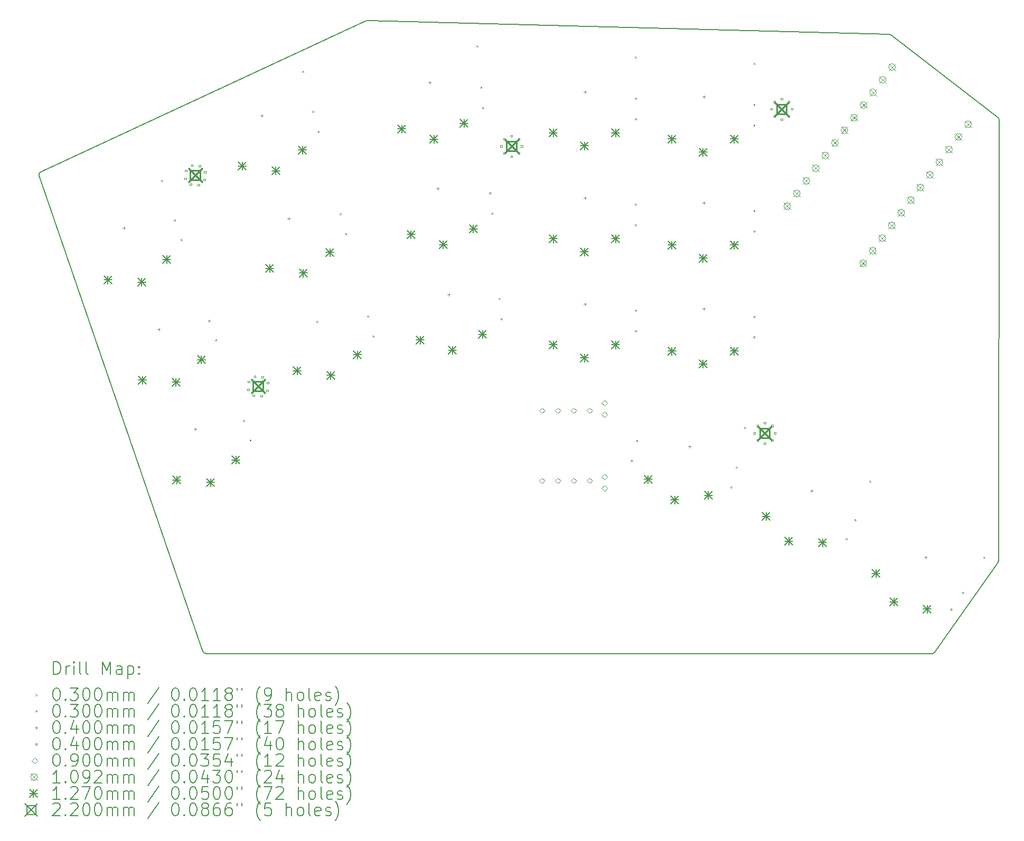
<source format=gbr>
%FSLAX45Y45*%
G04 Gerber Fmt 4.5, Leading zero omitted, Abs format (unit mm)*
G04 Created by KiCad (PCBNEW 5.99.0-unknown-fa82fcb809~131~ubuntu20.04.1) date 2021-09-08 19:53:16*
%MOMM*%
%LPD*%
G01*
G04 APERTURE LIST*
%TA.AperFunction,Profile*%
%ADD10C,0.150000*%
%TD*%
%ADD11C,0.200000*%
%ADD12C,0.030000*%
%ADD13C,0.040000*%
%ADD14C,0.090000*%
%ADD15C,0.109220*%
%ADD16C,0.127000*%
%ADD17C,0.220000*%
G04 APERTURE END LIST*
D10*
X11210202Y-3397598D02*
X-437783Y-3396573D01*
X-485055Y-3362852D02*
X-3112145Y4266773D01*
X-3085931Y4328399D02*
X2139939Y6755488D01*
X2162320Y6760122D02*
X10515904Y6539491D01*
X10545124Y6529097D02*
X12262702Y5204108D01*
X12282162Y5164424D02*
X12268700Y-1907414D01*
X12259658Y-1935997D02*
X11251164Y-3376276D01*
X-437783Y-3396573D02*
G75*
G02*
X-485055Y-3362852I4J50000D01*
G01*
X-3112145Y4266773D02*
G75*
G02*
X-3085931Y4328399I47276J16278D01*
G01*
X2139939Y6755488D02*
G75*
G02*
X2162320Y6760122I21061J-45348D01*
G01*
X10515904Y6539491D02*
G75*
G02*
X10545124Y6529097I-1320J-49983D01*
G01*
X12262702Y5204108D02*
G75*
G02*
X12282162Y5164424I-30540J-39589D01*
G01*
X12268700Y-1907414D02*
G75*
G02*
X12259658Y-1935997I-50000J95D01*
G01*
X11251164Y-3376276D02*
G75*
G02*
X11210202Y-3397598I-40958J28679D01*
G01*
D11*
D12*
X-1158000Y4206000D02*
X-1128000Y4176000D01*
X-1128000Y4206000D02*
X-1158000Y4176000D01*
X1102600Y5958600D02*
X1132600Y5928600D01*
X1132600Y5958600D02*
X1102600Y5928600D01*
X1331200Y1945400D02*
X1361200Y1915400D01*
X1361200Y1945400D02*
X1331200Y1915400D01*
X3896600Y6365000D02*
X3926600Y6335000D01*
X3926600Y6365000D02*
X3896600Y6335000D01*
X6436600Y6187200D02*
X6466600Y6157200D01*
X6466600Y6187200D02*
X6436600Y6157200D01*
X8189200Y243600D02*
X8219200Y213600D01*
X8219200Y243600D02*
X8189200Y213600D01*
X8341600Y6085600D02*
X8371600Y6055600D01*
X8371600Y6085600D02*
X8341600Y6055600D01*
X10195800Y-620000D02*
X10225800Y-650000D01*
X10225800Y-620000D02*
X10195800Y-650000D01*
X12024600Y-1839200D02*
X12054600Y-1869200D01*
X12054600Y-1839200D02*
X12024600Y-1869200D01*
X-919063Y3546749D02*
G75*
G03*
X-919063Y3546749I-15000J0D01*
G01*
X-811626Y3234728D02*
G75*
G03*
X-811626Y3234728I-15000J0D01*
G01*
X-365598Y1939367D02*
G75*
G03*
X-365598Y1939367I-15000J0D01*
G01*
X-258160Y1627346D02*
G75*
G03*
X-258160Y1627346I-15000J0D01*
G01*
X187868Y331986D02*
G75*
G03*
X187868Y331986I-15000J0D01*
G01*
X295306Y19965D02*
G75*
G03*
X295306Y19965I-15000J0D01*
G01*
X1298331Y5293451D02*
G75*
G03*
X1298331Y5293451I-15000J0D01*
G01*
X1383741Y4974695D02*
G75*
G03*
X1383741Y4974695I-15000J0D01*
G01*
X1738323Y3651377D02*
G75*
G03*
X1738323Y3651377I-15000J0D01*
G01*
X1823734Y3332621D02*
G75*
G03*
X1823734Y3332621I-15000J0D01*
G01*
X2178316Y2009303D02*
G75*
G03*
X2178316Y2009303I-15000J0D01*
G01*
X2263726Y1690547D02*
G75*
G03*
X2263726Y1690547I-15000J0D01*
G01*
X3991659Y5680476D02*
G75*
G03*
X3991659Y5680476I-15000J0D01*
G01*
X4020420Y5351731D02*
G75*
G03*
X4020420Y5351731I-15000J0D01*
G01*
X4139823Y3986945D02*
G75*
G03*
X4139823Y3986945I-15000J0D01*
G01*
X4168585Y3658200D02*
G75*
G03*
X4168585Y3658200I-15000J0D01*
G01*
X4287988Y2293414D02*
G75*
G03*
X4287988Y2293414I-15000J0D01*
G01*
X4316750Y1964669D02*
G75*
G03*
X4316750Y1964669I-15000J0D01*
G01*
X6407615Y-306792D02*
G75*
G03*
X6407615Y-306792I-15000J0D01*
G01*
X6472209Y5504060D02*
G75*
G03*
X6472209Y5504060I-15000J0D01*
G01*
X6472209Y5174060D02*
G75*
G03*
X6472209Y5174060I-15000J0D01*
G01*
X6472209Y3804060D02*
G75*
G03*
X6472209Y3804060I-15000J0D01*
G01*
X6472209Y3474060D02*
G75*
G03*
X6472209Y3474060I-15000J0D01*
G01*
X6472209Y2104060D02*
G75*
G03*
X6472209Y2104060I-15000J0D01*
G01*
X6472209Y1774060D02*
G75*
G03*
X6472209Y1774060I-15000J0D01*
G01*
X6493025Y11964D02*
G75*
G03*
X6493025Y11964I-15000J0D01*
G01*
X8001393Y-733843D02*
G75*
G03*
X8001393Y-733843I-15000J0D01*
G01*
X8086803Y-415088D02*
G75*
G03*
X8086803Y-415088I-15000J0D01*
G01*
X8372209Y5404060D02*
G75*
G03*
X8372209Y5404060I-15000J0D01*
G01*
X8372209Y5074060D02*
G75*
G03*
X8372209Y5074060I-15000J0D01*
G01*
X8372209Y3704060D02*
G75*
G03*
X8372209Y3704060I-15000J0D01*
G01*
X8372209Y3374060D02*
G75*
G03*
X8372209Y3374060I-15000J0D01*
G01*
X8372209Y2004060D02*
G75*
G03*
X8372209Y2004060I-15000J0D01*
G01*
X8372209Y1674060D02*
G75*
G03*
X8372209Y1674060I-15000J0D01*
G01*
X9851222Y-1560162D02*
G75*
G03*
X9851222Y-1560162I-15000J0D01*
G01*
X9990686Y-1261081D02*
G75*
G03*
X9990686Y-1261081I-15000J0D01*
G01*
X11529460Y-2695147D02*
G75*
G03*
X11529460Y-2695147I-15000J0D01*
G01*
X11718740Y-2424827D02*
G75*
G03*
X11718740Y-2424827I-15000J0D01*
G01*
D13*
X-1752600Y3449000D02*
X-1752600Y3409000D01*
X-1772600Y3429000D02*
X-1732600Y3429000D01*
X-1193800Y1823400D02*
X-1193800Y1783400D01*
X-1213800Y1803400D02*
X-1173800Y1803400D01*
X-609600Y223200D02*
X-609600Y183200D01*
X-629600Y203200D02*
X-589600Y203200D01*
X457200Y5252400D02*
X457200Y5212400D01*
X437200Y5232400D02*
X477200Y5232400D01*
X889000Y3601400D02*
X889000Y3561400D01*
X869000Y3581400D02*
X909000Y3581400D01*
X3149600Y5785800D02*
X3149600Y5745800D01*
X3129600Y5765800D02*
X3169600Y5765800D01*
X3276600Y4084000D02*
X3276600Y4044000D01*
X3256600Y4064000D02*
X3296600Y4064000D01*
X3454400Y2382200D02*
X3454400Y2342200D01*
X3434400Y2362200D02*
X3474400Y2362200D01*
X5638800Y5633400D02*
X5638800Y5593400D01*
X5618800Y5613400D02*
X5658800Y5613400D01*
X5638800Y3931600D02*
X5638800Y3891600D01*
X5618800Y3911600D02*
X5658800Y3911600D01*
X5638800Y2229800D02*
X5638800Y2189800D01*
X5618800Y2209800D02*
X5658800Y2209800D01*
X7315200Y-56200D02*
X7315200Y-96200D01*
X7295200Y-76200D02*
X7335200Y-76200D01*
X7543800Y5557200D02*
X7543800Y5517200D01*
X7523800Y5537200D02*
X7563800Y5537200D01*
X7543800Y3855400D02*
X7543800Y3815400D01*
X7523800Y3835400D02*
X7563800Y3835400D01*
X7543800Y2153600D02*
X7543800Y2113600D01*
X7523800Y2133600D02*
X7563800Y2133600D01*
X9271000Y-767400D02*
X9271000Y-807400D01*
X9251000Y-787400D02*
X9291000Y-787400D01*
X11099800Y-1834200D02*
X11099800Y-1874200D01*
X11079800Y-1854200D02*
X11119800Y-1854200D01*
X-751082Y4209451D02*
X-751082Y4237736D01*
X-779366Y4237736D01*
X-779366Y4209451D01*
X-751082Y4209451D01*
X-743372Y4335501D02*
X-743372Y4363786D01*
X-771657Y4363786D01*
X-771657Y4335501D01*
X-743372Y4335501D01*
X-667402Y4114869D02*
X-667402Y4143153D01*
X-695687Y4143153D01*
X-695687Y4114869D01*
X-667402Y4114869D01*
X-648790Y4419180D02*
X-648790Y4447465D01*
X-677074Y4447465D01*
X-677074Y4419180D01*
X-648790Y4419180D01*
X-541352Y4107159D02*
X-541352Y4135444D01*
X-569637Y4135444D01*
X-569637Y4107159D01*
X-541352Y4107159D01*
X-522740Y4411471D02*
X-522740Y4439755D01*
X-551024Y4439755D01*
X-551024Y4411471D01*
X-522740Y4411471D01*
X-446770Y4190838D02*
X-446770Y4219123D01*
X-475055Y4219123D01*
X-475055Y4190838D01*
X-446770Y4190838D01*
X-439060Y4316888D02*
X-439060Y4345173D01*
X-467345Y4345173D01*
X-467345Y4316888D01*
X-439060Y4316888D01*
X256346Y822935D02*
X256346Y851220D01*
X228062Y851220D01*
X228062Y822935D01*
X256346Y822935D01*
X264056Y948985D02*
X264056Y977270D01*
X235771Y977270D01*
X235771Y948985D01*
X264056Y948985D01*
X340026Y728353D02*
X340026Y756637D01*
X311741Y756637D01*
X311741Y728353D01*
X340026Y728353D01*
X358638Y1032664D02*
X358638Y1060949D01*
X330354Y1060949D01*
X330354Y1032664D01*
X358638Y1032664D01*
X466075Y720643D02*
X466075Y748928D01*
X437791Y748928D01*
X437791Y720643D01*
X466075Y720643D01*
X484688Y1024955D02*
X484688Y1053240D01*
X456403Y1053240D01*
X456403Y1024955D01*
X484688Y1024955D01*
X560658Y804323D02*
X560658Y832607D01*
X532373Y832607D01*
X532373Y804323D01*
X560658Y804323D01*
X568367Y930373D02*
X568367Y958657D01*
X540083Y958657D01*
X540083Y930373D01*
X568367Y930373D01*
X4311351Y4729918D02*
X4311351Y4758202D01*
X4283067Y4758202D01*
X4283067Y4729918D01*
X4311351Y4729918D01*
X4359679Y4846590D02*
X4359679Y4874875D01*
X4331394Y4874875D01*
X4331394Y4846590D01*
X4359679Y4846590D01*
X4359679Y4613245D02*
X4359679Y4641530D01*
X4331394Y4641530D01*
X4331394Y4613245D01*
X4359679Y4613245D01*
X4476351Y4894918D02*
X4476351Y4923202D01*
X4448067Y4923202D01*
X4448067Y4894918D01*
X4476351Y4894918D01*
X4476351Y4564918D02*
X4476351Y4593202D01*
X4448067Y4593202D01*
X4448067Y4564918D01*
X4476351Y4564918D01*
X4593024Y4846590D02*
X4593024Y4874875D01*
X4564739Y4874875D01*
X4564739Y4846590D01*
X4593024Y4846590D01*
X4593024Y4613245D02*
X4593024Y4641530D01*
X4564739Y4641530D01*
X4564739Y4613245D01*
X4593024Y4613245D01*
X4641351Y4729918D02*
X4641351Y4758202D01*
X4613067Y4758202D01*
X4613067Y4729918D01*
X4641351Y4729918D01*
X8371351Y124918D02*
X8371351Y153202D01*
X8343067Y153202D01*
X8343067Y124918D01*
X8371351Y124918D01*
X8419679Y241590D02*
X8419679Y269875D01*
X8391394Y269875D01*
X8391394Y241590D01*
X8419679Y241590D01*
X8419679Y8245D02*
X8419679Y36530D01*
X8391394Y36530D01*
X8391394Y8245D01*
X8419679Y8245D01*
X8536351Y289918D02*
X8536351Y318202D01*
X8508067Y318202D01*
X8508067Y289918D01*
X8536351Y289918D01*
X8536351Y-40082D02*
X8536351Y-11798D01*
X8508067Y-11798D01*
X8508067Y-40082D01*
X8536351Y-40082D01*
X8641351Y5324918D02*
X8641351Y5353202D01*
X8613067Y5353202D01*
X8613067Y5324918D01*
X8641351Y5324918D01*
X8653024Y241590D02*
X8653024Y269875D01*
X8624739Y269875D01*
X8624739Y241590D01*
X8653024Y241590D01*
X8653024Y8245D02*
X8653024Y36530D01*
X8624739Y36530D01*
X8624739Y8245D01*
X8653024Y8245D01*
X8689679Y5441590D02*
X8689679Y5469875D01*
X8661394Y5469875D01*
X8661394Y5441590D01*
X8689679Y5441590D01*
X8689679Y5208245D02*
X8689679Y5236530D01*
X8661394Y5236530D01*
X8661394Y5208245D01*
X8689679Y5208245D01*
X8701351Y124918D02*
X8701351Y153202D01*
X8673067Y153202D01*
X8673067Y124918D01*
X8701351Y124918D01*
X8806351Y5489918D02*
X8806351Y5518202D01*
X8778067Y5518202D01*
X8778067Y5489918D01*
X8806351Y5489918D01*
X8806351Y5159918D02*
X8806351Y5188202D01*
X8778067Y5188202D01*
X8778067Y5159918D01*
X8806351Y5159918D01*
X8923024Y5441590D02*
X8923024Y5469875D01*
X8894739Y5469875D01*
X8894739Y5441590D01*
X8923024Y5441590D01*
X8923024Y5208245D02*
X8923024Y5236530D01*
X8894739Y5236530D01*
X8894739Y5208245D01*
X8923024Y5208245D01*
X8971351Y5324918D02*
X8971351Y5353202D01*
X8943067Y5353202D01*
X8943067Y5324918D01*
X8971351Y5324918D01*
D14*
X4951209Y456560D02*
X4996209Y501560D01*
X4951209Y546560D01*
X4906209Y501560D01*
X4951209Y456560D01*
X4951209Y-668440D02*
X4996209Y-623440D01*
X4951209Y-578440D01*
X4906209Y-623440D01*
X4951209Y-668440D01*
X5205209Y456560D02*
X5250209Y501560D01*
X5205209Y546560D01*
X5160209Y501560D01*
X5205209Y456560D01*
X5205209Y-668440D02*
X5250209Y-623440D01*
X5205209Y-578440D01*
X5160209Y-623440D01*
X5205209Y-668440D01*
X5459209Y456560D02*
X5504209Y501560D01*
X5459209Y546560D01*
X5414209Y501560D01*
X5459209Y456560D01*
X5459209Y-668440D02*
X5504209Y-623440D01*
X5459209Y-578440D01*
X5414209Y-623440D01*
X5459209Y-668440D01*
X5713209Y456560D02*
X5758209Y501560D01*
X5713209Y546560D01*
X5668209Y501560D01*
X5713209Y456560D01*
X5713209Y-668440D02*
X5758209Y-623440D01*
X5713209Y-578440D01*
X5668209Y-623440D01*
X5713209Y-668440D01*
X5952209Y579060D02*
X5997209Y624060D01*
X5952209Y669060D01*
X5907209Y624060D01*
X5952209Y579060D01*
X5952209Y394060D02*
X5997209Y439060D01*
X5952209Y484060D01*
X5907209Y439060D01*
X5952209Y394060D01*
X5952209Y-605940D02*
X5997209Y-560940D01*
X5952209Y-515940D01*
X5907209Y-560940D01*
X5952209Y-605940D01*
X5952209Y-790940D02*
X5997209Y-745940D01*
X5952209Y-700940D01*
X5907209Y-745940D01*
X5952209Y-790940D01*
D15*
X8828303Y3836559D02*
X8937523Y3727339D01*
X8937523Y3836559D02*
X8828303Y3727339D01*
X8937523Y3781949D02*
G75*
G03*
X8937523Y3781949I-54610J0D01*
G01*
X8981164Y4039413D02*
X9090384Y3930193D01*
X9090384Y4039413D02*
X8981164Y3930193D01*
X9090384Y3984803D02*
G75*
G03*
X9090384Y3984803I-54610J0D01*
G01*
X9134025Y4242266D02*
X9243245Y4133046D01*
X9243245Y4242266D02*
X9134025Y4133046D01*
X9243245Y4187656D02*
G75*
G03*
X9243245Y4187656I-54610J0D01*
G01*
X9286886Y4445120D02*
X9396106Y4335900D01*
X9396106Y4445120D02*
X9286886Y4335900D01*
X9396106Y4390510D02*
G75*
G03*
X9396106Y4390510I-54610J0D01*
G01*
X9439747Y4647973D02*
X9548967Y4538753D01*
X9548967Y4647973D02*
X9439747Y4538753D01*
X9548967Y4593363D02*
G75*
G03*
X9548967Y4593363I-54610J0D01*
G01*
X9592608Y4850826D02*
X9701828Y4741606D01*
X9701828Y4850826D02*
X9592608Y4741606D01*
X9701828Y4796216D02*
G75*
G03*
X9701828Y4796216I-54610J0D01*
G01*
X9745469Y5053680D02*
X9854689Y4944460D01*
X9854689Y5053680D02*
X9745469Y4944460D01*
X9854689Y4999070D02*
G75*
G03*
X9854689Y4999070I-54610J0D01*
G01*
X9898330Y5256533D02*
X10007550Y5147313D01*
X10007550Y5256533D02*
X9898330Y5147313D01*
X10007550Y5201923D02*
G75*
G03*
X10007550Y5201923I-54610J0D01*
G01*
X10045424Y2919393D02*
X10154644Y2810173D01*
X10154644Y2919393D02*
X10045424Y2810173D01*
X10154644Y2864783D02*
G75*
G03*
X10154644Y2864783I-54610J0D01*
G01*
X10051191Y5459387D02*
X10160411Y5350167D01*
X10160411Y5459387D02*
X10051191Y5350167D01*
X10160411Y5404777D02*
G75*
G03*
X10160411Y5404777I-54610J0D01*
G01*
X10198285Y3122247D02*
X10307505Y3013027D01*
X10307505Y3122247D02*
X10198285Y3013027D01*
X10307505Y3067637D02*
G75*
G03*
X10307505Y3067637I-54610J0D01*
G01*
X10204052Y5662240D02*
X10313272Y5553020D01*
X10313272Y5662240D02*
X10204052Y5553020D01*
X10313272Y5607630D02*
G75*
G03*
X10313272Y5607630I-54610J0D01*
G01*
X10351146Y3325100D02*
X10460366Y3215880D01*
X10460366Y3325100D02*
X10351146Y3215880D01*
X10460366Y3270490D02*
G75*
G03*
X10460366Y3270490I-54610J0D01*
G01*
X10356913Y5865093D02*
X10466133Y5755873D01*
X10466133Y5865093D02*
X10356913Y5755873D01*
X10466133Y5810483D02*
G75*
G03*
X10466133Y5810483I-54610J0D01*
G01*
X10504007Y3527953D02*
X10613227Y3418733D01*
X10613227Y3527953D02*
X10504007Y3418733D01*
X10613227Y3473343D02*
G75*
G03*
X10613227Y3473343I-54610J0D01*
G01*
X10509774Y6067947D02*
X10618994Y5958727D01*
X10618994Y6067947D02*
X10509774Y5958727D01*
X10618994Y6013337D02*
G75*
G03*
X10618994Y6013337I-54610J0D01*
G01*
X10656868Y3730807D02*
X10766088Y3621587D01*
X10766088Y3730807D02*
X10656868Y3621587D01*
X10766088Y3676197D02*
G75*
G03*
X10766088Y3676197I-54610J0D01*
G01*
X10809729Y3933660D02*
X10918949Y3824440D01*
X10918949Y3933660D02*
X10809729Y3824440D01*
X10918949Y3879050D02*
G75*
G03*
X10918949Y3879050I-54610J0D01*
G01*
X10962590Y4136514D02*
X11071810Y4027294D01*
X11071810Y4136514D02*
X10962590Y4027294D01*
X11071810Y4081904D02*
G75*
G03*
X11071810Y4081904I-54610J0D01*
G01*
X11115451Y4339367D02*
X11224671Y4230147D01*
X11224671Y4339367D02*
X11115451Y4230147D01*
X11224671Y4284757D02*
G75*
G03*
X11224671Y4284757I-54610J0D01*
G01*
X11268312Y4542221D02*
X11377532Y4433001D01*
X11377532Y4542221D02*
X11268312Y4433001D01*
X11377532Y4487611D02*
G75*
G03*
X11377532Y4487611I-54610J0D01*
G01*
X11421173Y4745074D02*
X11530393Y4635854D01*
X11530393Y4745074D02*
X11421173Y4635854D01*
X11530393Y4690464D02*
G75*
G03*
X11530393Y4690464I-54610J0D01*
G01*
X11574034Y4947927D02*
X11683254Y4838707D01*
X11683254Y4947927D02*
X11574034Y4838707D01*
X11683254Y4893317D02*
G75*
G03*
X11683254Y4893317I-54610J0D01*
G01*
X11726895Y5150781D02*
X11836115Y5041561D01*
X11836115Y5150781D02*
X11726895Y5041561D01*
X11836115Y5096171D02*
G75*
G03*
X11836115Y5096171I-54610J0D01*
G01*
D16*
X-2072941Y2663564D02*
X-1945941Y2536564D01*
X-1945941Y2663564D02*
X-2072941Y2536564D01*
X-2009441Y2663564D02*
X-2009441Y2536564D01*
X-2072941Y2600064D02*
X-1945941Y2600064D01*
X-1531812Y2627789D02*
X-1404812Y2500789D01*
X-1404812Y2627789D02*
X-1531812Y2500789D01*
X-1468312Y2627789D02*
X-1468312Y2500789D01*
X-1531812Y2564289D02*
X-1404812Y2564289D01*
X-1531812Y2627789D02*
X-1404812Y2500789D01*
X-1404812Y2627789D02*
X-1531812Y2500789D01*
X-1468312Y2627789D02*
X-1468312Y2500789D01*
X-1531812Y2564289D02*
X-1404812Y2564289D01*
X-1519475Y1056182D02*
X-1392475Y929182D01*
X-1392475Y1056182D02*
X-1519475Y929182D01*
X-1455975Y1056182D02*
X-1455975Y929182D01*
X-1519475Y992682D02*
X-1392475Y992682D01*
X-1127422Y2989132D02*
X-1000422Y2862132D01*
X-1000422Y2989132D02*
X-1127422Y2862132D01*
X-1063922Y2989132D02*
X-1063922Y2862132D01*
X-1127422Y2925632D02*
X-1000422Y2925632D01*
X-978346Y1020407D02*
X-851346Y893407D01*
X-851346Y1020407D02*
X-978346Y893407D01*
X-914846Y1020407D02*
X-914846Y893407D01*
X-978346Y956907D02*
X-851346Y956907D01*
X-978346Y1020407D02*
X-851346Y893407D01*
X-851346Y1020407D02*
X-978346Y893407D01*
X-914846Y1020407D02*
X-914846Y893407D01*
X-978346Y956907D02*
X-851346Y956907D01*
X-966009Y-551200D02*
X-839009Y-678200D01*
X-839009Y-551200D02*
X-966009Y-678200D01*
X-902509Y-551200D02*
X-902509Y-678200D01*
X-966009Y-614700D02*
X-839009Y-614700D01*
X-573957Y1381750D02*
X-446956Y1254750D01*
X-446956Y1381750D02*
X-573957Y1254750D01*
X-510456Y1381750D02*
X-510456Y1254750D01*
X-573957Y1318250D02*
X-446956Y1318250D01*
X-424881Y-586974D02*
X-297881Y-713974D01*
X-297881Y-586974D02*
X-424881Y-713974D01*
X-361381Y-586974D02*
X-361381Y-713974D01*
X-424881Y-650474D02*
X-297881Y-650474D01*
X-424881Y-586974D02*
X-297881Y-713974D01*
X-297881Y-586974D02*
X-424881Y-713974D01*
X-361381Y-586974D02*
X-361381Y-713974D01*
X-424881Y-650474D02*
X-297881Y-650474D01*
X-20491Y-225631D02*
X106509Y-352631D01*
X106509Y-225631D02*
X-20491Y-352631D01*
X43009Y-225631D02*
X43009Y-352631D01*
X-20491Y-289131D02*
X106509Y-289131D01*
X81036Y4487586D02*
X208036Y4360586D01*
X208036Y4487586D02*
X81036Y4360586D01*
X144536Y4487586D02*
X144536Y4360586D01*
X81036Y4424086D02*
X208036Y4424086D01*
X521028Y2845512D02*
X648028Y2718512D01*
X648028Y2845512D02*
X521028Y2718512D01*
X584528Y2845512D02*
X584528Y2718512D01*
X521028Y2782012D02*
X648028Y2782012D01*
X618351Y4414151D02*
X745351Y4287151D01*
X745351Y4414151D02*
X618351Y4287151D01*
X681851Y4414151D02*
X681851Y4287151D01*
X618351Y4350651D02*
X745351Y4350651D01*
X618351Y4414151D02*
X745351Y4287151D01*
X745351Y4414151D02*
X618351Y4287151D01*
X681851Y4414151D02*
X681851Y4287151D01*
X618351Y4350651D02*
X745351Y4350651D01*
X961020Y1203438D02*
X1088021Y1076438D01*
X1088021Y1203438D02*
X961020Y1076438D01*
X1024520Y1203438D02*
X1024520Y1076438D01*
X961020Y1139938D02*
X1088021Y1139938D01*
X1046962Y4746405D02*
X1173962Y4619405D01*
X1173962Y4746405D02*
X1046962Y4619405D01*
X1110462Y4746405D02*
X1110462Y4619405D01*
X1046962Y4682905D02*
X1173962Y4682905D01*
X1058343Y2772077D02*
X1185343Y2645077D01*
X1185343Y2772077D02*
X1058343Y2645077D01*
X1121843Y2772077D02*
X1121843Y2645077D01*
X1058343Y2708577D02*
X1185343Y2708577D01*
X1058343Y2772077D02*
X1185343Y2645077D01*
X1185343Y2772077D02*
X1058343Y2645077D01*
X1121843Y2772077D02*
X1121843Y2645077D01*
X1058343Y2708577D02*
X1185343Y2708577D01*
X1486954Y3104331D02*
X1613954Y2977331D01*
X1613954Y3104331D02*
X1486954Y2977331D01*
X1550454Y3104331D02*
X1550454Y2977331D01*
X1486954Y3040831D02*
X1613954Y3040831D01*
X1498335Y1130003D02*
X1625335Y1003003D01*
X1625335Y1130003D02*
X1498335Y1003003D01*
X1561835Y1130003D02*
X1561835Y1003003D01*
X1498335Y1066503D02*
X1625335Y1066503D01*
X1498335Y1130003D02*
X1625335Y1003003D01*
X1625335Y1130003D02*
X1498335Y1003003D01*
X1561835Y1130003D02*
X1561835Y1003003D01*
X1498335Y1066503D02*
X1625335Y1066503D01*
X1926946Y1462257D02*
X2053946Y1335257D01*
X2053946Y1462257D02*
X1926946Y1335257D01*
X1990446Y1462257D02*
X1990446Y1335257D01*
X1926946Y1398757D02*
X2053946Y1398757D01*
X2640701Y5085568D02*
X2767701Y4958568D01*
X2767701Y5085568D02*
X2640701Y4958568D01*
X2704201Y5085568D02*
X2704201Y4958568D01*
X2640701Y5022068D02*
X2767701Y5022068D01*
X2788865Y3392037D02*
X2915865Y3265037D01*
X2915865Y3392037D02*
X2788865Y3265037D01*
X2852365Y3392037D02*
X2852365Y3265037D01*
X2788865Y3328537D02*
X2915865Y3328537D01*
X2937030Y1698506D02*
X3064030Y1571506D01*
X3064030Y1698506D02*
X2937030Y1571506D01*
X3000530Y1698506D02*
X3000530Y1571506D01*
X2937030Y1635006D02*
X3064030Y1635006D01*
X3157101Y4919945D02*
X3284101Y4792945D01*
X3284101Y4919945D02*
X3157101Y4792945D01*
X3220601Y4919945D02*
X3220601Y4792945D01*
X3157101Y4856445D02*
X3284101Y4856445D01*
X3157101Y4919945D02*
X3284101Y4792945D01*
X3284101Y4919945D02*
X3157101Y4792945D01*
X3220601Y4919945D02*
X3220601Y4792945D01*
X3157101Y4856445D02*
X3284101Y4856445D01*
X3305265Y3226414D02*
X3432265Y3099414D01*
X3432265Y3226414D02*
X3305265Y3099414D01*
X3368765Y3226414D02*
X3368765Y3099414D01*
X3305265Y3162914D02*
X3432265Y3162914D01*
X3305265Y3226414D02*
X3432265Y3099414D01*
X3432265Y3226414D02*
X3305265Y3099414D01*
X3368765Y3226414D02*
X3368765Y3099414D01*
X3305265Y3162914D02*
X3432265Y3162914D01*
X3453430Y1532883D02*
X3580430Y1405883D01*
X3580430Y1532883D02*
X3453430Y1405883D01*
X3516930Y1532883D02*
X3516930Y1405883D01*
X3453430Y1469383D02*
X3580430Y1469383D01*
X3453430Y1532883D02*
X3580430Y1405883D01*
X3580430Y1532883D02*
X3453430Y1405883D01*
X3516930Y1532883D02*
X3516930Y1405883D01*
X3453430Y1469383D02*
X3580430Y1469383D01*
X3636895Y5172724D02*
X3763895Y5045724D01*
X3763895Y5172724D02*
X3636895Y5045724D01*
X3700395Y5172724D02*
X3700395Y5045724D01*
X3636895Y5109224D02*
X3763895Y5109224D01*
X3785060Y3479193D02*
X3912060Y3352193D01*
X3912060Y3479193D02*
X3785060Y3352193D01*
X3848560Y3479193D02*
X3848560Y3352193D01*
X3785060Y3415693D02*
X3912060Y3415693D01*
X3933225Y1785662D02*
X4060225Y1658662D01*
X4060225Y1785662D02*
X3933225Y1658662D01*
X3996725Y1785662D02*
X3996725Y1658662D01*
X3933225Y1722162D02*
X4060225Y1722162D01*
X5068709Y5022560D02*
X5195709Y4895560D01*
X5195709Y5022560D02*
X5068709Y4895560D01*
X5132209Y5022560D02*
X5132209Y4895560D01*
X5068709Y4959060D02*
X5195709Y4959060D01*
X5068709Y3322560D02*
X5195709Y3195560D01*
X5195709Y3322560D02*
X5068709Y3195560D01*
X5132209Y3322560D02*
X5132209Y3195560D01*
X5068709Y3259060D02*
X5195709Y3259060D01*
X5068709Y1622560D02*
X5195709Y1495560D01*
X5195709Y1622560D02*
X5068709Y1495560D01*
X5132209Y1622560D02*
X5132209Y1495560D01*
X5068709Y1559060D02*
X5195709Y1559060D01*
X5568709Y4812560D02*
X5695709Y4685560D01*
X5695709Y4812560D02*
X5568709Y4685560D01*
X5632209Y4812560D02*
X5632209Y4685560D01*
X5568709Y4749060D02*
X5695709Y4749060D01*
X5568709Y4812560D02*
X5695709Y4685560D01*
X5695709Y4812560D02*
X5568709Y4685560D01*
X5632209Y4812560D02*
X5632209Y4685560D01*
X5568709Y4749060D02*
X5695709Y4749060D01*
X5568709Y3112560D02*
X5695709Y2985560D01*
X5695709Y3112560D02*
X5568709Y2985560D01*
X5632209Y3112560D02*
X5632209Y2985560D01*
X5568709Y3049060D02*
X5695709Y3049060D01*
X5568709Y3112560D02*
X5695709Y2985560D01*
X5695709Y3112560D02*
X5568709Y2985560D01*
X5632209Y3112560D02*
X5632209Y2985560D01*
X5568709Y3049060D02*
X5695709Y3049060D01*
X5568709Y1412560D02*
X5695709Y1285560D01*
X5695709Y1412560D02*
X5568709Y1285560D01*
X5632209Y1412560D02*
X5632209Y1285560D01*
X5568709Y1349060D02*
X5695709Y1349060D01*
X5568709Y1412560D02*
X5695709Y1285560D01*
X5695709Y1412560D02*
X5568709Y1285560D01*
X5632209Y1412560D02*
X5632209Y1285560D01*
X5568709Y1349060D02*
X5695709Y1349060D01*
X6068709Y5022560D02*
X6195709Y4895560D01*
X6195709Y5022560D02*
X6068709Y4895560D01*
X6132209Y5022560D02*
X6132209Y4895560D01*
X6068709Y4959060D02*
X6195709Y4959060D01*
X6068709Y3322560D02*
X6195709Y3195560D01*
X6195709Y3322560D02*
X6068709Y3195560D01*
X6132209Y3322560D02*
X6132209Y3195560D01*
X6068709Y3259060D02*
X6195709Y3259060D01*
X6068709Y1622560D02*
X6195709Y1495560D01*
X6195709Y1622560D02*
X6068709Y1495560D01*
X6132209Y1622560D02*
X6132209Y1495560D01*
X6068709Y1559060D02*
X6195709Y1559060D01*
X6587395Y-535082D02*
X6714395Y-662082D01*
X6714395Y-535082D02*
X6587395Y-662082D01*
X6650895Y-535082D02*
X6650895Y-662082D01*
X6587395Y-598582D02*
X6714395Y-598582D01*
X6968709Y4922560D02*
X7095709Y4795560D01*
X7095709Y4922560D02*
X6968709Y4795560D01*
X7032209Y4922560D02*
X7032209Y4795560D01*
X6968709Y4859060D02*
X7095709Y4859060D01*
X6968709Y3222560D02*
X7095709Y3095560D01*
X7095709Y3222560D02*
X6968709Y3095560D01*
X7032209Y3222560D02*
X7032209Y3095560D01*
X6968709Y3159060D02*
X7095709Y3159060D01*
X6968709Y1522560D02*
X7095709Y1395560D01*
X7095709Y1522560D02*
X6968709Y1395560D01*
X7032209Y1522560D02*
X7032209Y1395560D01*
X6968709Y1459060D02*
X7095709Y1459060D01*
X7016006Y-867336D02*
X7143006Y-994336D01*
X7143006Y-867336D02*
X7016006Y-994336D01*
X7079506Y-867336D02*
X7079506Y-994336D01*
X7016006Y-930836D02*
X7143006Y-930836D01*
X7016006Y-867336D02*
X7143006Y-994336D01*
X7143006Y-867336D02*
X7016006Y-994336D01*
X7079506Y-867336D02*
X7079506Y-994336D01*
X7016006Y-930836D02*
X7143006Y-930836D01*
X7468709Y4712560D02*
X7595709Y4585560D01*
X7595709Y4712560D02*
X7468709Y4585560D01*
X7532209Y4712560D02*
X7532209Y4585560D01*
X7468709Y4649060D02*
X7595709Y4649060D01*
X7468709Y4712560D02*
X7595709Y4585560D01*
X7595709Y4712560D02*
X7468709Y4585560D01*
X7532209Y4712560D02*
X7532209Y4585560D01*
X7468709Y4649060D02*
X7595709Y4649060D01*
X7468709Y3012560D02*
X7595709Y2885560D01*
X7595709Y3012560D02*
X7468709Y2885560D01*
X7532209Y3012560D02*
X7532209Y2885560D01*
X7468709Y2949060D02*
X7595709Y2949060D01*
X7468709Y3012560D02*
X7595709Y2885560D01*
X7595709Y3012560D02*
X7468709Y2885560D01*
X7532209Y3012560D02*
X7532209Y2885560D01*
X7468709Y2949060D02*
X7595709Y2949060D01*
X7468709Y1312560D02*
X7595709Y1185560D01*
X7595709Y1312560D02*
X7468709Y1185560D01*
X7532209Y1312560D02*
X7532209Y1185560D01*
X7468709Y1249060D02*
X7595709Y1249060D01*
X7468709Y1312560D02*
X7595709Y1185560D01*
X7595709Y1312560D02*
X7468709Y1185560D01*
X7532209Y1312560D02*
X7532209Y1185560D01*
X7468709Y1249060D02*
X7595709Y1249060D01*
X7553321Y-793901D02*
X7680321Y-920901D01*
X7680321Y-793901D02*
X7553321Y-920901D01*
X7616821Y-793901D02*
X7616821Y-920901D01*
X7553321Y-857401D02*
X7680321Y-857401D01*
X7968709Y4922560D02*
X8095709Y4795560D01*
X8095709Y4922560D02*
X7968709Y4795560D01*
X8032209Y4922560D02*
X8032209Y4795560D01*
X7968709Y4859060D02*
X8095709Y4859060D01*
X7968709Y3222560D02*
X8095709Y3095560D01*
X8095709Y3222560D02*
X7968709Y3095560D01*
X8032209Y3222560D02*
X8032209Y3095560D01*
X7968709Y3159060D02*
X8095709Y3159060D01*
X7968709Y1522560D02*
X8095709Y1395560D01*
X8095709Y1522560D02*
X7968709Y1395560D01*
X8032209Y1522560D02*
X8032209Y1395560D01*
X7968709Y1459060D02*
X8095709Y1459060D01*
X8481002Y-1131549D02*
X8608002Y-1258549D01*
X8608002Y-1131549D02*
X8481002Y-1258549D01*
X8544502Y-1131549D02*
X8544502Y-1258549D01*
X8481002Y-1195049D02*
X8608002Y-1195049D01*
X8845406Y-1533183D02*
X8972406Y-1660183D01*
X8972406Y-1533183D02*
X8845406Y-1660183D01*
X8908906Y-1533183D02*
X8908906Y-1660183D01*
X8845406Y-1596683D02*
X8972406Y-1596683D01*
X8845406Y-1533183D02*
X8972406Y-1660183D01*
X8972406Y-1533183D02*
X8845406Y-1660183D01*
X8908906Y-1533183D02*
X8908906Y-1660183D01*
X8845406Y-1596683D02*
X8972406Y-1596683D01*
X9387309Y-1554168D02*
X9514309Y-1681168D01*
X9514309Y-1554168D02*
X9387309Y-1681168D01*
X9450809Y-1554168D02*
X9450809Y-1681168D01*
X9387309Y-1617668D02*
X9514309Y-1617668D01*
X10242264Y-2047776D02*
X10369264Y-2174776D01*
X10369264Y-2047776D02*
X10242264Y-2174776D01*
X10305764Y-2047776D02*
X10305764Y-2174776D01*
X10242264Y-2111276D02*
X10369264Y-2111276D01*
X10531389Y-2506586D02*
X10658389Y-2633586D01*
X10658389Y-2506586D02*
X10531389Y-2633586D01*
X10594889Y-2506586D02*
X10594889Y-2633586D01*
X10531389Y-2570086D02*
X10658389Y-2570086D01*
X10531389Y-2506586D02*
X10658389Y-2633586D01*
X10658389Y-2506586D02*
X10531389Y-2633586D01*
X10594889Y-2506586D02*
X10594889Y-2633586D01*
X10531389Y-2570086D02*
X10658389Y-2570086D01*
X11061417Y-2621353D02*
X11188416Y-2748353D01*
X11188416Y-2621353D02*
X11061417Y-2748353D01*
X11124917Y-2621353D02*
X11124917Y-2748353D01*
X11061417Y-2684853D02*
X11188416Y-2684853D01*
D17*
X-719213Y4387312D02*
X-499213Y4167312D01*
X-499213Y4387312D02*
X-719213Y4167312D01*
X-531431Y4199530D02*
X-531431Y4355095D01*
X-686996Y4355095D01*
X-686996Y4199530D01*
X-531431Y4199530D01*
X288215Y1000796D02*
X508214Y780796D01*
X508214Y1000796D02*
X288215Y780796D01*
X475997Y813014D02*
X475997Y968579D01*
X320432Y968579D01*
X320432Y813014D01*
X475997Y813014D01*
X4352209Y4854060D02*
X4572209Y4634060D01*
X4572209Y4854060D02*
X4352209Y4634060D01*
X4539992Y4666278D02*
X4539992Y4821843D01*
X4384427Y4821843D01*
X4384427Y4666278D01*
X4539992Y4666278D01*
X8412209Y249060D02*
X8632209Y29060D01*
X8632209Y249060D02*
X8412209Y29060D01*
X8599992Y61278D02*
X8599992Y216843D01*
X8444427Y216843D01*
X8444427Y61278D01*
X8599992Y61278D01*
X8682209Y5449060D02*
X8902209Y5229060D01*
X8902209Y5449060D02*
X8682209Y5229060D01*
X8869992Y5261278D02*
X8869992Y5416843D01*
X8714427Y5416843D01*
X8714427Y5261278D01*
X8869992Y5261278D01*
D11*
X-2879750Y-3730574D02*
X-2879750Y-3530574D01*
X-2832131Y-3530574D01*
X-2803560Y-3540098D01*
X-2784512Y-3559145D01*
X-2774989Y-3578193D01*
X-2765465Y-3616288D01*
X-2765465Y-3644860D01*
X-2774989Y-3682955D01*
X-2784512Y-3702002D01*
X-2803560Y-3721050D01*
X-2832131Y-3730574D01*
X-2879750Y-3730574D01*
X-2679751Y-3730574D02*
X-2679751Y-3597240D01*
X-2679751Y-3635336D02*
X-2670227Y-3616288D01*
X-2660703Y-3606764D01*
X-2641655Y-3597240D01*
X-2622608Y-3597240D01*
X-2555941Y-3730574D02*
X-2555941Y-3597240D01*
X-2555941Y-3530574D02*
X-2565465Y-3540098D01*
X-2555941Y-3549621D01*
X-2546417Y-3540098D01*
X-2555941Y-3530574D01*
X-2555941Y-3549621D01*
X-2432132Y-3730574D02*
X-2451179Y-3721050D01*
X-2460703Y-3702002D01*
X-2460703Y-3530574D01*
X-2327370Y-3730574D02*
X-2346417Y-3721050D01*
X-2355941Y-3702002D01*
X-2355941Y-3530574D01*
X-2098798Y-3730574D02*
X-2098798Y-3530574D01*
X-2032131Y-3673431D01*
X-1965465Y-3530574D01*
X-1965465Y-3730574D01*
X-1784512Y-3730574D02*
X-1784512Y-3625812D01*
X-1794036Y-3606764D01*
X-1813084Y-3597240D01*
X-1851179Y-3597240D01*
X-1870227Y-3606764D01*
X-1784512Y-3721050D02*
X-1803560Y-3730574D01*
X-1851179Y-3730574D01*
X-1870227Y-3721050D01*
X-1879750Y-3702002D01*
X-1879750Y-3682955D01*
X-1870227Y-3663907D01*
X-1851179Y-3654383D01*
X-1803560Y-3654383D01*
X-1784512Y-3644860D01*
X-1689274Y-3597240D02*
X-1689274Y-3797240D01*
X-1689274Y-3606764D02*
X-1670227Y-3597240D01*
X-1632131Y-3597240D01*
X-1613084Y-3606764D01*
X-1603560Y-3616288D01*
X-1594036Y-3635336D01*
X-1594036Y-3692479D01*
X-1603560Y-3711526D01*
X-1613084Y-3721050D01*
X-1632131Y-3730574D01*
X-1670227Y-3730574D01*
X-1689274Y-3721050D01*
X-1508322Y-3711526D02*
X-1498798Y-3721050D01*
X-1508322Y-3730574D01*
X-1517846Y-3721050D01*
X-1508322Y-3711526D01*
X-1508322Y-3730574D01*
X-1508322Y-3606764D02*
X-1498798Y-3616288D01*
X-1508322Y-3625812D01*
X-1517846Y-3616288D01*
X-1508322Y-3606764D01*
X-1508322Y-3625812D01*
D12*
X-3167370Y-4045098D02*
X-3137370Y-4075098D01*
X-3137370Y-4045098D02*
X-3167370Y-4075098D01*
D11*
X-2841655Y-3950574D02*
X-2822608Y-3950574D01*
X-2803560Y-3960098D01*
X-2794036Y-3969621D01*
X-2784512Y-3988669D01*
X-2774989Y-4026764D01*
X-2774989Y-4074383D01*
X-2784512Y-4112479D01*
X-2794036Y-4131526D01*
X-2803560Y-4141050D01*
X-2822608Y-4150574D01*
X-2841655Y-4150574D01*
X-2860703Y-4141050D01*
X-2870227Y-4131526D01*
X-2879750Y-4112479D01*
X-2889274Y-4074383D01*
X-2889274Y-4026764D01*
X-2879750Y-3988669D01*
X-2870227Y-3969621D01*
X-2860703Y-3960098D01*
X-2841655Y-3950574D01*
X-2689274Y-4131526D02*
X-2679751Y-4141050D01*
X-2689274Y-4150574D01*
X-2698798Y-4141050D01*
X-2689274Y-4131526D01*
X-2689274Y-4150574D01*
X-2613084Y-3950574D02*
X-2489274Y-3950574D01*
X-2555941Y-4026764D01*
X-2527370Y-4026764D01*
X-2508322Y-4036288D01*
X-2498798Y-4045812D01*
X-2489274Y-4064860D01*
X-2489274Y-4112479D01*
X-2498798Y-4131526D01*
X-2508322Y-4141050D01*
X-2527370Y-4150574D01*
X-2584512Y-4150574D01*
X-2603560Y-4141050D01*
X-2613084Y-4131526D01*
X-2365465Y-3950574D02*
X-2346417Y-3950574D01*
X-2327370Y-3960098D01*
X-2317846Y-3969621D01*
X-2308322Y-3988669D01*
X-2298798Y-4026764D01*
X-2298798Y-4074383D01*
X-2308322Y-4112479D01*
X-2317846Y-4131526D01*
X-2327370Y-4141050D01*
X-2346417Y-4150574D01*
X-2365465Y-4150574D01*
X-2384512Y-4141050D01*
X-2394036Y-4131526D01*
X-2403560Y-4112479D01*
X-2413084Y-4074383D01*
X-2413084Y-4026764D01*
X-2403560Y-3988669D01*
X-2394036Y-3969621D01*
X-2384512Y-3960098D01*
X-2365465Y-3950574D01*
X-2174989Y-3950574D02*
X-2155941Y-3950574D01*
X-2136893Y-3960098D01*
X-2127370Y-3969621D01*
X-2117846Y-3988669D01*
X-2108322Y-4026764D01*
X-2108322Y-4074383D01*
X-2117846Y-4112479D01*
X-2127370Y-4131526D01*
X-2136893Y-4141050D01*
X-2155941Y-4150574D01*
X-2174989Y-4150574D01*
X-2194036Y-4141050D01*
X-2203560Y-4131526D01*
X-2213084Y-4112479D01*
X-2222608Y-4074383D01*
X-2222608Y-4026764D01*
X-2213084Y-3988669D01*
X-2203560Y-3969621D01*
X-2194036Y-3960098D01*
X-2174989Y-3950574D01*
X-2022608Y-4150574D02*
X-2022608Y-4017240D01*
X-2022608Y-4036288D02*
X-2013084Y-4026764D01*
X-1994036Y-4017240D01*
X-1965465Y-4017240D01*
X-1946417Y-4026764D01*
X-1936893Y-4045812D01*
X-1936893Y-4150574D01*
X-1936893Y-4045812D02*
X-1927370Y-4026764D01*
X-1908322Y-4017240D01*
X-1879750Y-4017240D01*
X-1860703Y-4026764D01*
X-1851179Y-4045812D01*
X-1851179Y-4150574D01*
X-1755941Y-4150574D02*
X-1755941Y-4017240D01*
X-1755941Y-4036288D02*
X-1746417Y-4026764D01*
X-1727370Y-4017240D01*
X-1698798Y-4017240D01*
X-1679750Y-4026764D01*
X-1670227Y-4045812D01*
X-1670227Y-4150574D01*
X-1670227Y-4045812D02*
X-1660703Y-4026764D01*
X-1641655Y-4017240D01*
X-1613084Y-4017240D01*
X-1594036Y-4026764D01*
X-1584512Y-4045812D01*
X-1584512Y-4150574D01*
X-1194036Y-3941050D02*
X-1365465Y-4198193D01*
X-936893Y-3950574D02*
X-917846Y-3950574D01*
X-898798Y-3960098D01*
X-889274Y-3969621D01*
X-879750Y-3988669D01*
X-870227Y-4026764D01*
X-870227Y-4074383D01*
X-879750Y-4112479D01*
X-889274Y-4131526D01*
X-898798Y-4141050D01*
X-917846Y-4150574D01*
X-936893Y-4150574D01*
X-955941Y-4141050D01*
X-965465Y-4131526D01*
X-974989Y-4112479D01*
X-984512Y-4074383D01*
X-984512Y-4026764D01*
X-974989Y-3988669D01*
X-965465Y-3969621D01*
X-955941Y-3960098D01*
X-936893Y-3950574D01*
X-784512Y-4131526D02*
X-774989Y-4141050D01*
X-784512Y-4150574D01*
X-794036Y-4141050D01*
X-784512Y-4131526D01*
X-784512Y-4150574D01*
X-651179Y-3950574D02*
X-632132Y-3950574D01*
X-613084Y-3960098D01*
X-603560Y-3969621D01*
X-594036Y-3988669D01*
X-584512Y-4026764D01*
X-584512Y-4074383D01*
X-594036Y-4112479D01*
X-603560Y-4131526D01*
X-613084Y-4141050D01*
X-632132Y-4150574D01*
X-651179Y-4150574D01*
X-670227Y-4141050D01*
X-679751Y-4131526D01*
X-689274Y-4112479D01*
X-698798Y-4074383D01*
X-698798Y-4026764D01*
X-689274Y-3988669D01*
X-679751Y-3969621D01*
X-670227Y-3960098D01*
X-651179Y-3950574D01*
X-394036Y-4150574D02*
X-508322Y-4150574D01*
X-451179Y-4150574D02*
X-451179Y-3950574D01*
X-470227Y-3979145D01*
X-489274Y-3998193D01*
X-508322Y-4007717D01*
X-203560Y-4150574D02*
X-317846Y-4150574D01*
X-260703Y-4150574D02*
X-260703Y-3950574D01*
X-279751Y-3979145D01*
X-298798Y-3998193D01*
X-317846Y-4007717D01*
X-89274Y-4036288D02*
X-108322Y-4026764D01*
X-117846Y-4017240D01*
X-127370Y-3998193D01*
X-127370Y-3988669D01*
X-117846Y-3969621D01*
X-108322Y-3960098D01*
X-89274Y-3950574D01*
X-51179Y-3950574D01*
X-32131Y-3960098D01*
X-22608Y-3969621D01*
X-13084Y-3988669D01*
X-13084Y-3998193D01*
X-22608Y-4017240D01*
X-32131Y-4026764D01*
X-51179Y-4036288D01*
X-89274Y-4036288D01*
X-108322Y-4045812D01*
X-117846Y-4055336D01*
X-127370Y-4074383D01*
X-127370Y-4112479D01*
X-117846Y-4131526D01*
X-108322Y-4141050D01*
X-89274Y-4150574D01*
X-51179Y-4150574D01*
X-32131Y-4141050D01*
X-22608Y-4131526D01*
X-13084Y-4112479D01*
X-13084Y-4074383D01*
X-22608Y-4055336D01*
X-32131Y-4045812D01*
X-51179Y-4036288D01*
X63106Y-3950574D02*
X63106Y-3988669D01*
X139297Y-3950574D02*
X139297Y-3988669D01*
X434535Y-4226764D02*
X425011Y-4217241D01*
X405964Y-4188669D01*
X396440Y-4169621D01*
X386916Y-4141050D01*
X377392Y-4093431D01*
X377392Y-4055336D01*
X386916Y-4007717D01*
X396440Y-3979145D01*
X405964Y-3960098D01*
X425011Y-3931526D01*
X434535Y-3922002D01*
X520249Y-4150574D02*
X558345Y-4150574D01*
X577392Y-4141050D01*
X586916Y-4131526D01*
X605964Y-4102955D01*
X615488Y-4064860D01*
X615488Y-3988669D01*
X605964Y-3969621D01*
X596440Y-3960098D01*
X577392Y-3950574D01*
X539297Y-3950574D01*
X520249Y-3960098D01*
X510726Y-3969621D01*
X501202Y-3988669D01*
X501202Y-4036288D01*
X510726Y-4055336D01*
X520249Y-4064860D01*
X539297Y-4074383D01*
X577392Y-4074383D01*
X596440Y-4064860D01*
X605964Y-4055336D01*
X615488Y-4036288D01*
X853583Y-4150574D02*
X853583Y-3950574D01*
X939297Y-4150574D02*
X939297Y-4045812D01*
X929773Y-4026764D01*
X910726Y-4017240D01*
X882154Y-4017240D01*
X863106Y-4026764D01*
X853583Y-4036288D01*
X1063107Y-4150574D02*
X1044059Y-4141050D01*
X1034535Y-4131526D01*
X1025011Y-4112479D01*
X1025011Y-4055336D01*
X1034535Y-4036288D01*
X1044059Y-4026764D01*
X1063107Y-4017240D01*
X1091678Y-4017240D01*
X1110726Y-4026764D01*
X1120249Y-4036288D01*
X1129773Y-4055336D01*
X1129773Y-4112479D01*
X1120249Y-4131526D01*
X1110726Y-4141050D01*
X1091678Y-4150574D01*
X1063107Y-4150574D01*
X1244059Y-4150574D02*
X1225011Y-4141050D01*
X1215488Y-4122002D01*
X1215488Y-3950574D01*
X1396440Y-4141050D02*
X1377392Y-4150574D01*
X1339297Y-4150574D01*
X1320249Y-4141050D01*
X1310726Y-4122002D01*
X1310726Y-4045812D01*
X1320249Y-4026764D01*
X1339297Y-4017240D01*
X1377392Y-4017240D01*
X1396440Y-4026764D01*
X1405964Y-4045812D01*
X1405964Y-4064860D01*
X1310726Y-4083907D01*
X1482154Y-4141050D02*
X1501202Y-4150574D01*
X1539297Y-4150574D01*
X1558345Y-4141050D01*
X1567868Y-4122002D01*
X1567868Y-4112479D01*
X1558345Y-4093431D01*
X1539297Y-4083907D01*
X1510726Y-4083907D01*
X1491678Y-4074383D01*
X1482154Y-4055336D01*
X1482154Y-4045812D01*
X1491678Y-4026764D01*
X1510726Y-4017240D01*
X1539297Y-4017240D01*
X1558345Y-4026764D01*
X1634535Y-4226764D02*
X1644059Y-4217241D01*
X1663106Y-4188669D01*
X1672630Y-4169621D01*
X1682154Y-4141050D01*
X1691678Y-4093431D01*
X1691678Y-4055336D01*
X1682154Y-4007717D01*
X1672630Y-3979145D01*
X1663106Y-3960098D01*
X1644059Y-3931526D01*
X1634535Y-3922002D01*
D12*
X-3137370Y-4324098D02*
G75*
G03*
X-3137370Y-4324098I-15000J0D01*
G01*
D11*
X-2841655Y-4214574D02*
X-2822608Y-4214574D01*
X-2803560Y-4224098D01*
X-2794036Y-4233622D01*
X-2784512Y-4252669D01*
X-2774989Y-4290764D01*
X-2774989Y-4338383D01*
X-2784512Y-4376479D01*
X-2794036Y-4395526D01*
X-2803560Y-4405050D01*
X-2822608Y-4414574D01*
X-2841655Y-4414574D01*
X-2860703Y-4405050D01*
X-2870227Y-4395526D01*
X-2879750Y-4376479D01*
X-2889274Y-4338383D01*
X-2889274Y-4290764D01*
X-2879750Y-4252669D01*
X-2870227Y-4233622D01*
X-2860703Y-4224098D01*
X-2841655Y-4214574D01*
X-2689274Y-4395526D02*
X-2679751Y-4405050D01*
X-2689274Y-4414574D01*
X-2698798Y-4405050D01*
X-2689274Y-4395526D01*
X-2689274Y-4414574D01*
X-2613084Y-4214574D02*
X-2489274Y-4214574D01*
X-2555941Y-4290764D01*
X-2527370Y-4290764D01*
X-2508322Y-4300288D01*
X-2498798Y-4309812D01*
X-2489274Y-4328860D01*
X-2489274Y-4376479D01*
X-2498798Y-4395526D01*
X-2508322Y-4405050D01*
X-2527370Y-4414574D01*
X-2584512Y-4414574D01*
X-2603560Y-4405050D01*
X-2613084Y-4395526D01*
X-2365465Y-4214574D02*
X-2346417Y-4214574D01*
X-2327370Y-4224098D01*
X-2317846Y-4233622D01*
X-2308322Y-4252669D01*
X-2298798Y-4290764D01*
X-2298798Y-4338383D01*
X-2308322Y-4376479D01*
X-2317846Y-4395526D01*
X-2327370Y-4405050D01*
X-2346417Y-4414574D01*
X-2365465Y-4414574D01*
X-2384512Y-4405050D01*
X-2394036Y-4395526D01*
X-2403560Y-4376479D01*
X-2413084Y-4338383D01*
X-2413084Y-4290764D01*
X-2403560Y-4252669D01*
X-2394036Y-4233622D01*
X-2384512Y-4224098D01*
X-2365465Y-4214574D01*
X-2174989Y-4214574D02*
X-2155941Y-4214574D01*
X-2136893Y-4224098D01*
X-2127370Y-4233622D01*
X-2117846Y-4252669D01*
X-2108322Y-4290764D01*
X-2108322Y-4338383D01*
X-2117846Y-4376479D01*
X-2127370Y-4395526D01*
X-2136893Y-4405050D01*
X-2155941Y-4414574D01*
X-2174989Y-4414574D01*
X-2194036Y-4405050D01*
X-2203560Y-4395526D01*
X-2213084Y-4376479D01*
X-2222608Y-4338383D01*
X-2222608Y-4290764D01*
X-2213084Y-4252669D01*
X-2203560Y-4233622D01*
X-2194036Y-4224098D01*
X-2174989Y-4214574D01*
X-2022608Y-4414574D02*
X-2022608Y-4281241D01*
X-2022608Y-4300288D02*
X-2013084Y-4290764D01*
X-1994036Y-4281241D01*
X-1965465Y-4281241D01*
X-1946417Y-4290764D01*
X-1936893Y-4309812D01*
X-1936893Y-4414574D01*
X-1936893Y-4309812D02*
X-1927370Y-4290764D01*
X-1908322Y-4281241D01*
X-1879750Y-4281241D01*
X-1860703Y-4290764D01*
X-1851179Y-4309812D01*
X-1851179Y-4414574D01*
X-1755941Y-4414574D02*
X-1755941Y-4281241D01*
X-1755941Y-4300288D02*
X-1746417Y-4290764D01*
X-1727370Y-4281241D01*
X-1698798Y-4281241D01*
X-1679750Y-4290764D01*
X-1670227Y-4309812D01*
X-1670227Y-4414574D01*
X-1670227Y-4309812D02*
X-1660703Y-4290764D01*
X-1641655Y-4281241D01*
X-1613084Y-4281241D01*
X-1594036Y-4290764D01*
X-1584512Y-4309812D01*
X-1584512Y-4414574D01*
X-1194036Y-4205050D02*
X-1365465Y-4462193D01*
X-936893Y-4214574D02*
X-917846Y-4214574D01*
X-898798Y-4224098D01*
X-889274Y-4233622D01*
X-879750Y-4252669D01*
X-870227Y-4290764D01*
X-870227Y-4338383D01*
X-879750Y-4376479D01*
X-889274Y-4395526D01*
X-898798Y-4405050D01*
X-917846Y-4414574D01*
X-936893Y-4414574D01*
X-955941Y-4405050D01*
X-965465Y-4395526D01*
X-974989Y-4376479D01*
X-984512Y-4338383D01*
X-984512Y-4290764D01*
X-974989Y-4252669D01*
X-965465Y-4233622D01*
X-955941Y-4224098D01*
X-936893Y-4214574D01*
X-784512Y-4395526D02*
X-774989Y-4405050D01*
X-784512Y-4414574D01*
X-794036Y-4405050D01*
X-784512Y-4395526D01*
X-784512Y-4414574D01*
X-651179Y-4214574D02*
X-632132Y-4214574D01*
X-613084Y-4224098D01*
X-603560Y-4233622D01*
X-594036Y-4252669D01*
X-584512Y-4290764D01*
X-584512Y-4338383D01*
X-594036Y-4376479D01*
X-603560Y-4395526D01*
X-613084Y-4405050D01*
X-632132Y-4414574D01*
X-651179Y-4414574D01*
X-670227Y-4405050D01*
X-679751Y-4395526D01*
X-689274Y-4376479D01*
X-698798Y-4338383D01*
X-698798Y-4290764D01*
X-689274Y-4252669D01*
X-679751Y-4233622D01*
X-670227Y-4224098D01*
X-651179Y-4214574D01*
X-394036Y-4414574D02*
X-508322Y-4414574D01*
X-451179Y-4414574D02*
X-451179Y-4214574D01*
X-470227Y-4243145D01*
X-489274Y-4262193D01*
X-508322Y-4271717D01*
X-203560Y-4414574D02*
X-317846Y-4414574D01*
X-260703Y-4414574D02*
X-260703Y-4214574D01*
X-279751Y-4243145D01*
X-298798Y-4262193D01*
X-317846Y-4271717D01*
X-89274Y-4300288D02*
X-108322Y-4290764D01*
X-117846Y-4281241D01*
X-127370Y-4262193D01*
X-127370Y-4252669D01*
X-117846Y-4233622D01*
X-108322Y-4224098D01*
X-89274Y-4214574D01*
X-51179Y-4214574D01*
X-32131Y-4224098D01*
X-22608Y-4233622D01*
X-13084Y-4252669D01*
X-13084Y-4262193D01*
X-22608Y-4281241D01*
X-32131Y-4290764D01*
X-51179Y-4300288D01*
X-89274Y-4300288D01*
X-108322Y-4309812D01*
X-117846Y-4319336D01*
X-127370Y-4338383D01*
X-127370Y-4376479D01*
X-117846Y-4395526D01*
X-108322Y-4405050D01*
X-89274Y-4414574D01*
X-51179Y-4414574D01*
X-32131Y-4405050D01*
X-22608Y-4395526D01*
X-13084Y-4376479D01*
X-13084Y-4338383D01*
X-22608Y-4319336D01*
X-32131Y-4309812D01*
X-51179Y-4300288D01*
X63106Y-4214574D02*
X63106Y-4252669D01*
X139297Y-4214574D02*
X139297Y-4252669D01*
X434535Y-4490764D02*
X425011Y-4481241D01*
X405964Y-4452669D01*
X396440Y-4433622D01*
X386916Y-4405050D01*
X377392Y-4357431D01*
X377392Y-4319336D01*
X386916Y-4271717D01*
X396440Y-4243145D01*
X405964Y-4224098D01*
X425011Y-4195526D01*
X434535Y-4186002D01*
X491678Y-4214574D02*
X615488Y-4214574D01*
X548821Y-4290764D01*
X577392Y-4290764D01*
X596440Y-4300288D01*
X605964Y-4309812D01*
X615488Y-4328860D01*
X615488Y-4376479D01*
X605964Y-4395526D01*
X596440Y-4405050D01*
X577392Y-4414574D01*
X520249Y-4414574D01*
X501202Y-4405050D01*
X491678Y-4395526D01*
X729773Y-4300288D02*
X710726Y-4290764D01*
X701202Y-4281241D01*
X691678Y-4262193D01*
X691678Y-4252669D01*
X701202Y-4233622D01*
X710726Y-4224098D01*
X729773Y-4214574D01*
X767868Y-4214574D01*
X786916Y-4224098D01*
X796440Y-4233622D01*
X805964Y-4252669D01*
X805964Y-4262193D01*
X796440Y-4281241D01*
X786916Y-4290764D01*
X767868Y-4300288D01*
X729773Y-4300288D01*
X710726Y-4309812D01*
X701202Y-4319336D01*
X691678Y-4338383D01*
X691678Y-4376479D01*
X701202Y-4395526D01*
X710726Y-4405050D01*
X729773Y-4414574D01*
X767868Y-4414574D01*
X786916Y-4405050D01*
X796440Y-4395526D01*
X805964Y-4376479D01*
X805964Y-4338383D01*
X796440Y-4319336D01*
X786916Y-4309812D01*
X767868Y-4300288D01*
X1044059Y-4414574D02*
X1044059Y-4214574D01*
X1129773Y-4414574D02*
X1129773Y-4309812D01*
X1120249Y-4290764D01*
X1101202Y-4281241D01*
X1072630Y-4281241D01*
X1053583Y-4290764D01*
X1044059Y-4300288D01*
X1253583Y-4414574D02*
X1234535Y-4405050D01*
X1225011Y-4395526D01*
X1215488Y-4376479D01*
X1215488Y-4319336D01*
X1225011Y-4300288D01*
X1234535Y-4290764D01*
X1253583Y-4281241D01*
X1282154Y-4281241D01*
X1301202Y-4290764D01*
X1310726Y-4300288D01*
X1320249Y-4319336D01*
X1320249Y-4376479D01*
X1310726Y-4395526D01*
X1301202Y-4405050D01*
X1282154Y-4414574D01*
X1253583Y-4414574D01*
X1434535Y-4414574D02*
X1415487Y-4405050D01*
X1405964Y-4386002D01*
X1405964Y-4214574D01*
X1586916Y-4405050D02*
X1567868Y-4414574D01*
X1529773Y-4414574D01*
X1510726Y-4405050D01*
X1501202Y-4386002D01*
X1501202Y-4309812D01*
X1510726Y-4290764D01*
X1529773Y-4281241D01*
X1567868Y-4281241D01*
X1586916Y-4290764D01*
X1596440Y-4309812D01*
X1596440Y-4328860D01*
X1501202Y-4347907D01*
X1672630Y-4405050D02*
X1691678Y-4414574D01*
X1729773Y-4414574D01*
X1748821Y-4405050D01*
X1758345Y-4386002D01*
X1758345Y-4376479D01*
X1748821Y-4357431D01*
X1729773Y-4347907D01*
X1701202Y-4347907D01*
X1682154Y-4338383D01*
X1672630Y-4319336D01*
X1672630Y-4309812D01*
X1682154Y-4290764D01*
X1701202Y-4281241D01*
X1729773Y-4281241D01*
X1748821Y-4290764D01*
X1825011Y-4490764D02*
X1834535Y-4481241D01*
X1853583Y-4452669D01*
X1863106Y-4433622D01*
X1872630Y-4405050D01*
X1882154Y-4357431D01*
X1882154Y-4319336D01*
X1872630Y-4271717D01*
X1863106Y-4243145D01*
X1853583Y-4224098D01*
X1834535Y-4195526D01*
X1825011Y-4186002D01*
D13*
X-3157370Y-4568098D02*
X-3157370Y-4608098D01*
X-3177370Y-4588098D02*
X-3137370Y-4588098D01*
D11*
X-2841655Y-4478574D02*
X-2822608Y-4478574D01*
X-2803560Y-4488098D01*
X-2794036Y-4497622D01*
X-2784512Y-4516669D01*
X-2774989Y-4554764D01*
X-2774989Y-4602383D01*
X-2784512Y-4640479D01*
X-2794036Y-4659526D01*
X-2803560Y-4669050D01*
X-2822608Y-4678574D01*
X-2841655Y-4678574D01*
X-2860703Y-4669050D01*
X-2870227Y-4659526D01*
X-2879750Y-4640479D01*
X-2889274Y-4602383D01*
X-2889274Y-4554764D01*
X-2879750Y-4516669D01*
X-2870227Y-4497622D01*
X-2860703Y-4488098D01*
X-2841655Y-4478574D01*
X-2689274Y-4659526D02*
X-2679751Y-4669050D01*
X-2689274Y-4678574D01*
X-2698798Y-4669050D01*
X-2689274Y-4659526D01*
X-2689274Y-4678574D01*
X-2508322Y-4545241D02*
X-2508322Y-4678574D01*
X-2555941Y-4469050D02*
X-2603560Y-4611907D01*
X-2479751Y-4611907D01*
X-2365465Y-4478574D02*
X-2346417Y-4478574D01*
X-2327370Y-4488098D01*
X-2317846Y-4497622D01*
X-2308322Y-4516669D01*
X-2298798Y-4554764D01*
X-2298798Y-4602383D01*
X-2308322Y-4640479D01*
X-2317846Y-4659526D01*
X-2327370Y-4669050D01*
X-2346417Y-4678574D01*
X-2365465Y-4678574D01*
X-2384512Y-4669050D01*
X-2394036Y-4659526D01*
X-2403560Y-4640479D01*
X-2413084Y-4602383D01*
X-2413084Y-4554764D01*
X-2403560Y-4516669D01*
X-2394036Y-4497622D01*
X-2384512Y-4488098D01*
X-2365465Y-4478574D01*
X-2174989Y-4478574D02*
X-2155941Y-4478574D01*
X-2136893Y-4488098D01*
X-2127370Y-4497622D01*
X-2117846Y-4516669D01*
X-2108322Y-4554764D01*
X-2108322Y-4602383D01*
X-2117846Y-4640479D01*
X-2127370Y-4659526D01*
X-2136893Y-4669050D01*
X-2155941Y-4678574D01*
X-2174989Y-4678574D01*
X-2194036Y-4669050D01*
X-2203560Y-4659526D01*
X-2213084Y-4640479D01*
X-2222608Y-4602383D01*
X-2222608Y-4554764D01*
X-2213084Y-4516669D01*
X-2203560Y-4497622D01*
X-2194036Y-4488098D01*
X-2174989Y-4478574D01*
X-2022608Y-4678574D02*
X-2022608Y-4545241D01*
X-2022608Y-4564288D02*
X-2013084Y-4554764D01*
X-1994036Y-4545241D01*
X-1965465Y-4545241D01*
X-1946417Y-4554764D01*
X-1936893Y-4573812D01*
X-1936893Y-4678574D01*
X-1936893Y-4573812D02*
X-1927370Y-4554764D01*
X-1908322Y-4545241D01*
X-1879750Y-4545241D01*
X-1860703Y-4554764D01*
X-1851179Y-4573812D01*
X-1851179Y-4678574D01*
X-1755941Y-4678574D02*
X-1755941Y-4545241D01*
X-1755941Y-4564288D02*
X-1746417Y-4554764D01*
X-1727370Y-4545241D01*
X-1698798Y-4545241D01*
X-1679750Y-4554764D01*
X-1670227Y-4573812D01*
X-1670227Y-4678574D01*
X-1670227Y-4573812D02*
X-1660703Y-4554764D01*
X-1641655Y-4545241D01*
X-1613084Y-4545241D01*
X-1594036Y-4554764D01*
X-1584512Y-4573812D01*
X-1584512Y-4678574D01*
X-1194036Y-4469050D02*
X-1365465Y-4726193D01*
X-936893Y-4478574D02*
X-917846Y-4478574D01*
X-898798Y-4488098D01*
X-889274Y-4497622D01*
X-879750Y-4516669D01*
X-870227Y-4554764D01*
X-870227Y-4602383D01*
X-879750Y-4640479D01*
X-889274Y-4659526D01*
X-898798Y-4669050D01*
X-917846Y-4678574D01*
X-936893Y-4678574D01*
X-955941Y-4669050D01*
X-965465Y-4659526D01*
X-974989Y-4640479D01*
X-984512Y-4602383D01*
X-984512Y-4554764D01*
X-974989Y-4516669D01*
X-965465Y-4497622D01*
X-955941Y-4488098D01*
X-936893Y-4478574D01*
X-784512Y-4659526D02*
X-774989Y-4669050D01*
X-784512Y-4678574D01*
X-794036Y-4669050D01*
X-784512Y-4659526D01*
X-784512Y-4678574D01*
X-651179Y-4478574D02*
X-632132Y-4478574D01*
X-613084Y-4488098D01*
X-603560Y-4497622D01*
X-594036Y-4516669D01*
X-584512Y-4554764D01*
X-584512Y-4602383D01*
X-594036Y-4640479D01*
X-603560Y-4659526D01*
X-613084Y-4669050D01*
X-632132Y-4678574D01*
X-651179Y-4678574D01*
X-670227Y-4669050D01*
X-679751Y-4659526D01*
X-689274Y-4640479D01*
X-698798Y-4602383D01*
X-698798Y-4554764D01*
X-689274Y-4516669D01*
X-679751Y-4497622D01*
X-670227Y-4488098D01*
X-651179Y-4478574D01*
X-394036Y-4678574D02*
X-508322Y-4678574D01*
X-451179Y-4678574D02*
X-451179Y-4478574D01*
X-470227Y-4507145D01*
X-489274Y-4526193D01*
X-508322Y-4535717D01*
X-213084Y-4478574D02*
X-308322Y-4478574D01*
X-317846Y-4573812D01*
X-308322Y-4564288D01*
X-289274Y-4554764D01*
X-241655Y-4554764D01*
X-222608Y-4564288D01*
X-213084Y-4573812D01*
X-203560Y-4592860D01*
X-203560Y-4640479D01*
X-213084Y-4659526D01*
X-222608Y-4669050D01*
X-241655Y-4678574D01*
X-289274Y-4678574D01*
X-308322Y-4669050D01*
X-317846Y-4659526D01*
X-136893Y-4478574D02*
X-3560Y-4478574D01*
X-89274Y-4678574D01*
X63106Y-4478574D02*
X63106Y-4516669D01*
X139297Y-4478574D02*
X139297Y-4516669D01*
X434535Y-4754764D02*
X425011Y-4745241D01*
X405964Y-4716669D01*
X396440Y-4697622D01*
X386916Y-4669050D01*
X377392Y-4621431D01*
X377392Y-4583336D01*
X386916Y-4535717D01*
X396440Y-4507145D01*
X405964Y-4488098D01*
X425011Y-4459526D01*
X434535Y-4450002D01*
X615488Y-4678574D02*
X501202Y-4678574D01*
X558345Y-4678574D02*
X558345Y-4478574D01*
X539297Y-4507145D01*
X520249Y-4526193D01*
X501202Y-4535717D01*
X682154Y-4478574D02*
X815487Y-4478574D01*
X729773Y-4678574D01*
X1044059Y-4678574D02*
X1044059Y-4478574D01*
X1129773Y-4678574D02*
X1129773Y-4573812D01*
X1120249Y-4554764D01*
X1101202Y-4545241D01*
X1072630Y-4545241D01*
X1053583Y-4554764D01*
X1044059Y-4564288D01*
X1253583Y-4678574D02*
X1234535Y-4669050D01*
X1225011Y-4659526D01*
X1215488Y-4640479D01*
X1215488Y-4583336D01*
X1225011Y-4564288D01*
X1234535Y-4554764D01*
X1253583Y-4545241D01*
X1282154Y-4545241D01*
X1301202Y-4554764D01*
X1310726Y-4564288D01*
X1320249Y-4583336D01*
X1320249Y-4640479D01*
X1310726Y-4659526D01*
X1301202Y-4669050D01*
X1282154Y-4678574D01*
X1253583Y-4678574D01*
X1434535Y-4678574D02*
X1415487Y-4669050D01*
X1405964Y-4650002D01*
X1405964Y-4478574D01*
X1586916Y-4669050D02*
X1567868Y-4678574D01*
X1529773Y-4678574D01*
X1510726Y-4669050D01*
X1501202Y-4650002D01*
X1501202Y-4573812D01*
X1510726Y-4554764D01*
X1529773Y-4545241D01*
X1567868Y-4545241D01*
X1586916Y-4554764D01*
X1596440Y-4573812D01*
X1596440Y-4592860D01*
X1501202Y-4611907D01*
X1672630Y-4669050D02*
X1691678Y-4678574D01*
X1729773Y-4678574D01*
X1748821Y-4669050D01*
X1758345Y-4650002D01*
X1758345Y-4640479D01*
X1748821Y-4621431D01*
X1729773Y-4611907D01*
X1701202Y-4611907D01*
X1682154Y-4602383D01*
X1672630Y-4583336D01*
X1672630Y-4573812D01*
X1682154Y-4554764D01*
X1701202Y-4545241D01*
X1729773Y-4545241D01*
X1748821Y-4554764D01*
X1825011Y-4754764D02*
X1834535Y-4745241D01*
X1853583Y-4716669D01*
X1863106Y-4697622D01*
X1872630Y-4669050D01*
X1882154Y-4621431D01*
X1882154Y-4583336D01*
X1872630Y-4535717D01*
X1863106Y-4507145D01*
X1853583Y-4488098D01*
X1834535Y-4459526D01*
X1825011Y-4450002D01*
D13*
X-3143227Y-4866240D02*
X-3143227Y-4837955D01*
X-3171512Y-4837955D01*
X-3171512Y-4866240D01*
X-3143227Y-4866240D01*
D11*
X-2841655Y-4742574D02*
X-2822608Y-4742574D01*
X-2803560Y-4752098D01*
X-2794036Y-4761622D01*
X-2784512Y-4780669D01*
X-2774989Y-4818764D01*
X-2774989Y-4866383D01*
X-2784512Y-4904479D01*
X-2794036Y-4923526D01*
X-2803560Y-4933050D01*
X-2822608Y-4942574D01*
X-2841655Y-4942574D01*
X-2860703Y-4933050D01*
X-2870227Y-4923526D01*
X-2879750Y-4904479D01*
X-2889274Y-4866383D01*
X-2889274Y-4818764D01*
X-2879750Y-4780669D01*
X-2870227Y-4761622D01*
X-2860703Y-4752098D01*
X-2841655Y-4742574D01*
X-2689274Y-4923526D02*
X-2679751Y-4933050D01*
X-2689274Y-4942574D01*
X-2698798Y-4933050D01*
X-2689274Y-4923526D01*
X-2689274Y-4942574D01*
X-2508322Y-4809241D02*
X-2508322Y-4942574D01*
X-2555941Y-4733050D02*
X-2603560Y-4875907D01*
X-2479751Y-4875907D01*
X-2365465Y-4742574D02*
X-2346417Y-4742574D01*
X-2327370Y-4752098D01*
X-2317846Y-4761622D01*
X-2308322Y-4780669D01*
X-2298798Y-4818764D01*
X-2298798Y-4866383D01*
X-2308322Y-4904479D01*
X-2317846Y-4923526D01*
X-2327370Y-4933050D01*
X-2346417Y-4942574D01*
X-2365465Y-4942574D01*
X-2384512Y-4933050D01*
X-2394036Y-4923526D01*
X-2403560Y-4904479D01*
X-2413084Y-4866383D01*
X-2413084Y-4818764D01*
X-2403560Y-4780669D01*
X-2394036Y-4761622D01*
X-2384512Y-4752098D01*
X-2365465Y-4742574D01*
X-2174989Y-4742574D02*
X-2155941Y-4742574D01*
X-2136893Y-4752098D01*
X-2127370Y-4761622D01*
X-2117846Y-4780669D01*
X-2108322Y-4818764D01*
X-2108322Y-4866383D01*
X-2117846Y-4904479D01*
X-2127370Y-4923526D01*
X-2136893Y-4933050D01*
X-2155941Y-4942574D01*
X-2174989Y-4942574D01*
X-2194036Y-4933050D01*
X-2203560Y-4923526D01*
X-2213084Y-4904479D01*
X-2222608Y-4866383D01*
X-2222608Y-4818764D01*
X-2213084Y-4780669D01*
X-2203560Y-4761622D01*
X-2194036Y-4752098D01*
X-2174989Y-4742574D01*
X-2022608Y-4942574D02*
X-2022608Y-4809241D01*
X-2022608Y-4828288D02*
X-2013084Y-4818764D01*
X-1994036Y-4809241D01*
X-1965465Y-4809241D01*
X-1946417Y-4818764D01*
X-1936893Y-4837812D01*
X-1936893Y-4942574D01*
X-1936893Y-4837812D02*
X-1927370Y-4818764D01*
X-1908322Y-4809241D01*
X-1879750Y-4809241D01*
X-1860703Y-4818764D01*
X-1851179Y-4837812D01*
X-1851179Y-4942574D01*
X-1755941Y-4942574D02*
X-1755941Y-4809241D01*
X-1755941Y-4828288D02*
X-1746417Y-4818764D01*
X-1727370Y-4809241D01*
X-1698798Y-4809241D01*
X-1679750Y-4818764D01*
X-1670227Y-4837812D01*
X-1670227Y-4942574D01*
X-1670227Y-4837812D02*
X-1660703Y-4818764D01*
X-1641655Y-4809241D01*
X-1613084Y-4809241D01*
X-1594036Y-4818764D01*
X-1584512Y-4837812D01*
X-1584512Y-4942574D01*
X-1194036Y-4733050D02*
X-1365465Y-4990193D01*
X-936893Y-4742574D02*
X-917846Y-4742574D01*
X-898798Y-4752098D01*
X-889274Y-4761622D01*
X-879750Y-4780669D01*
X-870227Y-4818764D01*
X-870227Y-4866383D01*
X-879750Y-4904479D01*
X-889274Y-4923526D01*
X-898798Y-4933050D01*
X-917846Y-4942574D01*
X-936893Y-4942574D01*
X-955941Y-4933050D01*
X-965465Y-4923526D01*
X-974989Y-4904479D01*
X-984512Y-4866383D01*
X-984512Y-4818764D01*
X-974989Y-4780669D01*
X-965465Y-4761622D01*
X-955941Y-4752098D01*
X-936893Y-4742574D01*
X-784512Y-4923526D02*
X-774989Y-4933050D01*
X-784512Y-4942574D01*
X-794036Y-4933050D01*
X-784512Y-4923526D01*
X-784512Y-4942574D01*
X-651179Y-4742574D02*
X-632132Y-4742574D01*
X-613084Y-4752098D01*
X-603560Y-4761622D01*
X-594036Y-4780669D01*
X-584512Y-4818764D01*
X-584512Y-4866383D01*
X-594036Y-4904479D01*
X-603560Y-4923526D01*
X-613084Y-4933050D01*
X-632132Y-4942574D01*
X-651179Y-4942574D01*
X-670227Y-4933050D01*
X-679751Y-4923526D01*
X-689274Y-4904479D01*
X-698798Y-4866383D01*
X-698798Y-4818764D01*
X-689274Y-4780669D01*
X-679751Y-4761622D01*
X-670227Y-4752098D01*
X-651179Y-4742574D01*
X-394036Y-4942574D02*
X-508322Y-4942574D01*
X-451179Y-4942574D02*
X-451179Y-4742574D01*
X-470227Y-4771145D01*
X-489274Y-4790193D01*
X-508322Y-4799717D01*
X-213084Y-4742574D02*
X-308322Y-4742574D01*
X-317846Y-4837812D01*
X-308322Y-4828288D01*
X-289274Y-4818764D01*
X-241655Y-4818764D01*
X-222608Y-4828288D01*
X-213084Y-4837812D01*
X-203560Y-4856860D01*
X-203560Y-4904479D01*
X-213084Y-4923526D01*
X-222608Y-4933050D01*
X-241655Y-4942574D01*
X-289274Y-4942574D01*
X-308322Y-4933050D01*
X-317846Y-4923526D01*
X-136893Y-4742574D02*
X-3560Y-4742574D01*
X-89274Y-4942574D01*
X63106Y-4742574D02*
X63106Y-4780669D01*
X139297Y-4742574D02*
X139297Y-4780669D01*
X434535Y-5018764D02*
X425011Y-5009241D01*
X405964Y-4980669D01*
X396440Y-4961622D01*
X386916Y-4933050D01*
X377392Y-4885431D01*
X377392Y-4847336D01*
X386916Y-4799717D01*
X396440Y-4771145D01*
X405964Y-4752098D01*
X425011Y-4723526D01*
X434535Y-4714002D01*
X596440Y-4809241D02*
X596440Y-4942574D01*
X548821Y-4733050D02*
X501202Y-4875907D01*
X625011Y-4875907D01*
X739297Y-4742574D02*
X758345Y-4742574D01*
X777392Y-4752098D01*
X786916Y-4761622D01*
X796440Y-4780669D01*
X805964Y-4818764D01*
X805964Y-4866383D01*
X796440Y-4904479D01*
X786916Y-4923526D01*
X777392Y-4933050D01*
X758345Y-4942574D01*
X739297Y-4942574D01*
X720249Y-4933050D01*
X710726Y-4923526D01*
X701202Y-4904479D01*
X691678Y-4866383D01*
X691678Y-4818764D01*
X701202Y-4780669D01*
X710726Y-4761622D01*
X720249Y-4752098D01*
X739297Y-4742574D01*
X1044059Y-4942574D02*
X1044059Y-4742574D01*
X1129773Y-4942574D02*
X1129773Y-4837812D01*
X1120249Y-4818764D01*
X1101202Y-4809241D01*
X1072630Y-4809241D01*
X1053583Y-4818764D01*
X1044059Y-4828288D01*
X1253583Y-4942574D02*
X1234535Y-4933050D01*
X1225011Y-4923526D01*
X1215488Y-4904479D01*
X1215488Y-4847336D01*
X1225011Y-4828288D01*
X1234535Y-4818764D01*
X1253583Y-4809241D01*
X1282154Y-4809241D01*
X1301202Y-4818764D01*
X1310726Y-4828288D01*
X1320249Y-4847336D01*
X1320249Y-4904479D01*
X1310726Y-4923526D01*
X1301202Y-4933050D01*
X1282154Y-4942574D01*
X1253583Y-4942574D01*
X1434535Y-4942574D02*
X1415487Y-4933050D01*
X1405964Y-4914002D01*
X1405964Y-4742574D01*
X1586916Y-4933050D02*
X1567868Y-4942574D01*
X1529773Y-4942574D01*
X1510726Y-4933050D01*
X1501202Y-4914002D01*
X1501202Y-4837812D01*
X1510726Y-4818764D01*
X1529773Y-4809241D01*
X1567868Y-4809241D01*
X1586916Y-4818764D01*
X1596440Y-4837812D01*
X1596440Y-4856860D01*
X1501202Y-4875907D01*
X1672630Y-4933050D02*
X1691678Y-4942574D01*
X1729773Y-4942574D01*
X1748821Y-4933050D01*
X1758345Y-4914002D01*
X1758345Y-4904479D01*
X1748821Y-4885431D01*
X1729773Y-4875907D01*
X1701202Y-4875907D01*
X1682154Y-4866383D01*
X1672630Y-4847336D01*
X1672630Y-4837812D01*
X1682154Y-4818764D01*
X1701202Y-4809241D01*
X1729773Y-4809241D01*
X1748821Y-4818764D01*
X1825011Y-5018764D02*
X1834535Y-5009241D01*
X1853583Y-4980669D01*
X1863106Y-4961622D01*
X1872630Y-4933050D01*
X1882154Y-4885431D01*
X1882154Y-4847336D01*
X1872630Y-4799717D01*
X1863106Y-4771145D01*
X1853583Y-4752098D01*
X1834535Y-4723526D01*
X1825011Y-4714002D01*
D14*
X-3182370Y-5161098D02*
X-3137370Y-5116098D01*
X-3182370Y-5071098D01*
X-3227370Y-5116098D01*
X-3182370Y-5161098D01*
D11*
X-2841655Y-5006574D02*
X-2822608Y-5006574D01*
X-2803560Y-5016098D01*
X-2794036Y-5025622D01*
X-2784512Y-5044669D01*
X-2774989Y-5082764D01*
X-2774989Y-5130383D01*
X-2784512Y-5168479D01*
X-2794036Y-5187526D01*
X-2803560Y-5197050D01*
X-2822608Y-5206574D01*
X-2841655Y-5206574D01*
X-2860703Y-5197050D01*
X-2870227Y-5187526D01*
X-2879750Y-5168479D01*
X-2889274Y-5130383D01*
X-2889274Y-5082764D01*
X-2879750Y-5044669D01*
X-2870227Y-5025622D01*
X-2860703Y-5016098D01*
X-2841655Y-5006574D01*
X-2689274Y-5187526D02*
X-2679751Y-5197050D01*
X-2689274Y-5206574D01*
X-2698798Y-5197050D01*
X-2689274Y-5187526D01*
X-2689274Y-5206574D01*
X-2584512Y-5206574D02*
X-2546417Y-5206574D01*
X-2527370Y-5197050D01*
X-2517846Y-5187526D01*
X-2498798Y-5158955D01*
X-2489274Y-5120860D01*
X-2489274Y-5044669D01*
X-2498798Y-5025622D01*
X-2508322Y-5016098D01*
X-2527370Y-5006574D01*
X-2565465Y-5006574D01*
X-2584512Y-5016098D01*
X-2594036Y-5025622D01*
X-2603560Y-5044669D01*
X-2603560Y-5092288D01*
X-2594036Y-5111336D01*
X-2584512Y-5120860D01*
X-2565465Y-5130383D01*
X-2527370Y-5130383D01*
X-2508322Y-5120860D01*
X-2498798Y-5111336D01*
X-2489274Y-5092288D01*
X-2365465Y-5006574D02*
X-2346417Y-5006574D01*
X-2327370Y-5016098D01*
X-2317846Y-5025622D01*
X-2308322Y-5044669D01*
X-2298798Y-5082764D01*
X-2298798Y-5130383D01*
X-2308322Y-5168479D01*
X-2317846Y-5187526D01*
X-2327370Y-5197050D01*
X-2346417Y-5206574D01*
X-2365465Y-5206574D01*
X-2384512Y-5197050D01*
X-2394036Y-5187526D01*
X-2403560Y-5168479D01*
X-2413084Y-5130383D01*
X-2413084Y-5082764D01*
X-2403560Y-5044669D01*
X-2394036Y-5025622D01*
X-2384512Y-5016098D01*
X-2365465Y-5006574D01*
X-2174989Y-5006574D02*
X-2155941Y-5006574D01*
X-2136893Y-5016098D01*
X-2127370Y-5025622D01*
X-2117846Y-5044669D01*
X-2108322Y-5082764D01*
X-2108322Y-5130383D01*
X-2117846Y-5168479D01*
X-2127370Y-5187526D01*
X-2136893Y-5197050D01*
X-2155941Y-5206574D01*
X-2174989Y-5206574D01*
X-2194036Y-5197050D01*
X-2203560Y-5187526D01*
X-2213084Y-5168479D01*
X-2222608Y-5130383D01*
X-2222608Y-5082764D01*
X-2213084Y-5044669D01*
X-2203560Y-5025622D01*
X-2194036Y-5016098D01*
X-2174989Y-5006574D01*
X-2022608Y-5206574D02*
X-2022608Y-5073241D01*
X-2022608Y-5092288D02*
X-2013084Y-5082764D01*
X-1994036Y-5073241D01*
X-1965465Y-5073241D01*
X-1946417Y-5082764D01*
X-1936893Y-5101812D01*
X-1936893Y-5206574D01*
X-1936893Y-5101812D02*
X-1927370Y-5082764D01*
X-1908322Y-5073241D01*
X-1879750Y-5073241D01*
X-1860703Y-5082764D01*
X-1851179Y-5101812D01*
X-1851179Y-5206574D01*
X-1755941Y-5206574D02*
X-1755941Y-5073241D01*
X-1755941Y-5092288D02*
X-1746417Y-5082764D01*
X-1727370Y-5073241D01*
X-1698798Y-5073241D01*
X-1679750Y-5082764D01*
X-1670227Y-5101812D01*
X-1670227Y-5206574D01*
X-1670227Y-5101812D02*
X-1660703Y-5082764D01*
X-1641655Y-5073241D01*
X-1613084Y-5073241D01*
X-1594036Y-5082764D01*
X-1584512Y-5101812D01*
X-1584512Y-5206574D01*
X-1194036Y-4997050D02*
X-1365465Y-5254193D01*
X-936893Y-5006574D02*
X-917846Y-5006574D01*
X-898798Y-5016098D01*
X-889274Y-5025622D01*
X-879750Y-5044669D01*
X-870227Y-5082764D01*
X-870227Y-5130383D01*
X-879750Y-5168479D01*
X-889274Y-5187526D01*
X-898798Y-5197050D01*
X-917846Y-5206574D01*
X-936893Y-5206574D01*
X-955941Y-5197050D01*
X-965465Y-5187526D01*
X-974989Y-5168479D01*
X-984512Y-5130383D01*
X-984512Y-5082764D01*
X-974989Y-5044669D01*
X-965465Y-5025622D01*
X-955941Y-5016098D01*
X-936893Y-5006574D01*
X-784512Y-5187526D02*
X-774989Y-5197050D01*
X-784512Y-5206574D01*
X-794036Y-5197050D01*
X-784512Y-5187526D01*
X-784512Y-5206574D01*
X-651179Y-5006574D02*
X-632132Y-5006574D01*
X-613084Y-5016098D01*
X-603560Y-5025622D01*
X-594036Y-5044669D01*
X-584512Y-5082764D01*
X-584512Y-5130383D01*
X-594036Y-5168479D01*
X-603560Y-5187526D01*
X-613084Y-5197050D01*
X-632132Y-5206574D01*
X-651179Y-5206574D01*
X-670227Y-5197050D01*
X-679751Y-5187526D01*
X-689274Y-5168479D01*
X-698798Y-5130383D01*
X-698798Y-5082764D01*
X-689274Y-5044669D01*
X-679751Y-5025622D01*
X-670227Y-5016098D01*
X-651179Y-5006574D01*
X-517846Y-5006574D02*
X-394036Y-5006574D01*
X-460703Y-5082764D01*
X-432131Y-5082764D01*
X-413084Y-5092288D01*
X-403560Y-5101812D01*
X-394036Y-5120860D01*
X-394036Y-5168479D01*
X-403560Y-5187526D01*
X-413084Y-5197050D01*
X-432131Y-5206574D01*
X-489274Y-5206574D01*
X-508322Y-5197050D01*
X-517846Y-5187526D01*
X-213084Y-5006574D02*
X-308322Y-5006574D01*
X-317846Y-5101812D01*
X-308322Y-5092288D01*
X-289274Y-5082764D01*
X-241655Y-5082764D01*
X-222608Y-5092288D01*
X-213084Y-5101812D01*
X-203560Y-5120860D01*
X-203560Y-5168479D01*
X-213084Y-5187526D01*
X-222608Y-5197050D01*
X-241655Y-5206574D01*
X-289274Y-5206574D01*
X-308322Y-5197050D01*
X-317846Y-5187526D01*
X-32131Y-5073241D02*
X-32131Y-5206574D01*
X-79751Y-4997050D02*
X-127370Y-5139907D01*
X-3560Y-5139907D01*
X63106Y-5006574D02*
X63106Y-5044669D01*
X139297Y-5006574D02*
X139297Y-5044669D01*
X434535Y-5282764D02*
X425011Y-5273241D01*
X405964Y-5244669D01*
X396440Y-5225622D01*
X386916Y-5197050D01*
X377392Y-5149431D01*
X377392Y-5111336D01*
X386916Y-5063717D01*
X396440Y-5035145D01*
X405964Y-5016098D01*
X425011Y-4987526D01*
X434535Y-4978002D01*
X615488Y-5206574D02*
X501202Y-5206574D01*
X558345Y-5206574D02*
X558345Y-5006574D01*
X539297Y-5035145D01*
X520249Y-5054193D01*
X501202Y-5063717D01*
X691678Y-5025622D02*
X701202Y-5016098D01*
X720249Y-5006574D01*
X767868Y-5006574D01*
X786916Y-5016098D01*
X796440Y-5025622D01*
X805964Y-5044669D01*
X805964Y-5063717D01*
X796440Y-5092288D01*
X682154Y-5206574D01*
X805964Y-5206574D01*
X1044059Y-5206574D02*
X1044059Y-5006574D01*
X1129773Y-5206574D02*
X1129773Y-5101812D01*
X1120249Y-5082764D01*
X1101202Y-5073241D01*
X1072630Y-5073241D01*
X1053583Y-5082764D01*
X1044059Y-5092288D01*
X1253583Y-5206574D02*
X1234535Y-5197050D01*
X1225011Y-5187526D01*
X1215488Y-5168479D01*
X1215488Y-5111336D01*
X1225011Y-5092288D01*
X1234535Y-5082764D01*
X1253583Y-5073241D01*
X1282154Y-5073241D01*
X1301202Y-5082764D01*
X1310726Y-5092288D01*
X1320249Y-5111336D01*
X1320249Y-5168479D01*
X1310726Y-5187526D01*
X1301202Y-5197050D01*
X1282154Y-5206574D01*
X1253583Y-5206574D01*
X1434535Y-5206574D02*
X1415487Y-5197050D01*
X1405964Y-5178002D01*
X1405964Y-5006574D01*
X1586916Y-5197050D02*
X1567868Y-5206574D01*
X1529773Y-5206574D01*
X1510726Y-5197050D01*
X1501202Y-5178002D01*
X1501202Y-5101812D01*
X1510726Y-5082764D01*
X1529773Y-5073241D01*
X1567868Y-5073241D01*
X1586916Y-5082764D01*
X1596440Y-5101812D01*
X1596440Y-5120860D01*
X1501202Y-5139907D01*
X1672630Y-5197050D02*
X1691678Y-5206574D01*
X1729773Y-5206574D01*
X1748821Y-5197050D01*
X1758345Y-5178002D01*
X1758345Y-5168479D01*
X1748821Y-5149431D01*
X1729773Y-5139907D01*
X1701202Y-5139907D01*
X1682154Y-5130383D01*
X1672630Y-5111336D01*
X1672630Y-5101812D01*
X1682154Y-5082764D01*
X1701202Y-5073241D01*
X1729773Y-5073241D01*
X1748821Y-5082764D01*
X1825011Y-5282764D02*
X1834535Y-5273241D01*
X1853583Y-5244669D01*
X1863106Y-5225622D01*
X1872630Y-5197050D01*
X1882154Y-5149431D01*
X1882154Y-5111336D01*
X1872630Y-5063717D01*
X1863106Y-5035145D01*
X1853583Y-5016098D01*
X1834535Y-4987526D01*
X1825011Y-4978002D01*
D15*
X-3246590Y-5325488D02*
X-3137370Y-5434708D01*
X-3137370Y-5325488D02*
X-3246590Y-5434708D01*
X-3137370Y-5380098D02*
G75*
G03*
X-3137370Y-5380098I-54610J0D01*
G01*
D11*
X-2774989Y-5470574D02*
X-2889274Y-5470574D01*
X-2832131Y-5470574D02*
X-2832131Y-5270574D01*
X-2851179Y-5299145D01*
X-2870227Y-5318193D01*
X-2889274Y-5327717D01*
X-2689274Y-5451526D02*
X-2679751Y-5461050D01*
X-2689274Y-5470574D01*
X-2698798Y-5461050D01*
X-2689274Y-5451526D01*
X-2689274Y-5470574D01*
X-2555941Y-5270574D02*
X-2536893Y-5270574D01*
X-2517846Y-5280098D01*
X-2508322Y-5289622D01*
X-2498798Y-5308669D01*
X-2489274Y-5346764D01*
X-2489274Y-5394383D01*
X-2498798Y-5432479D01*
X-2508322Y-5451526D01*
X-2517846Y-5461050D01*
X-2536893Y-5470574D01*
X-2555941Y-5470574D01*
X-2574989Y-5461050D01*
X-2584512Y-5451526D01*
X-2594036Y-5432479D01*
X-2603560Y-5394383D01*
X-2603560Y-5346764D01*
X-2594036Y-5308669D01*
X-2584512Y-5289622D01*
X-2574989Y-5280098D01*
X-2555941Y-5270574D01*
X-2394036Y-5470574D02*
X-2355941Y-5470574D01*
X-2336893Y-5461050D01*
X-2327370Y-5451526D01*
X-2308322Y-5422955D01*
X-2298798Y-5384860D01*
X-2298798Y-5308669D01*
X-2308322Y-5289622D01*
X-2317846Y-5280098D01*
X-2336893Y-5270574D01*
X-2374989Y-5270574D01*
X-2394036Y-5280098D01*
X-2403560Y-5289622D01*
X-2413084Y-5308669D01*
X-2413084Y-5356288D01*
X-2403560Y-5375336D01*
X-2394036Y-5384860D01*
X-2374989Y-5394383D01*
X-2336893Y-5394383D01*
X-2317846Y-5384860D01*
X-2308322Y-5375336D01*
X-2298798Y-5356288D01*
X-2222608Y-5289622D02*
X-2213084Y-5280098D01*
X-2194036Y-5270574D01*
X-2146417Y-5270574D01*
X-2127370Y-5280098D01*
X-2117846Y-5289622D01*
X-2108322Y-5308669D01*
X-2108322Y-5327717D01*
X-2117846Y-5356288D01*
X-2232132Y-5470574D01*
X-2108322Y-5470574D01*
X-2022608Y-5470574D02*
X-2022608Y-5337241D01*
X-2022608Y-5356288D02*
X-2013084Y-5346764D01*
X-1994036Y-5337241D01*
X-1965465Y-5337241D01*
X-1946417Y-5346764D01*
X-1936893Y-5365812D01*
X-1936893Y-5470574D01*
X-1936893Y-5365812D02*
X-1927370Y-5346764D01*
X-1908322Y-5337241D01*
X-1879750Y-5337241D01*
X-1860703Y-5346764D01*
X-1851179Y-5365812D01*
X-1851179Y-5470574D01*
X-1755941Y-5470574D02*
X-1755941Y-5337241D01*
X-1755941Y-5356288D02*
X-1746417Y-5346764D01*
X-1727370Y-5337241D01*
X-1698798Y-5337241D01*
X-1679750Y-5346764D01*
X-1670227Y-5365812D01*
X-1670227Y-5470574D01*
X-1670227Y-5365812D02*
X-1660703Y-5346764D01*
X-1641655Y-5337241D01*
X-1613084Y-5337241D01*
X-1594036Y-5346764D01*
X-1584512Y-5365812D01*
X-1584512Y-5470574D01*
X-1194036Y-5261050D02*
X-1365465Y-5518193D01*
X-936893Y-5270574D02*
X-917846Y-5270574D01*
X-898798Y-5280098D01*
X-889274Y-5289622D01*
X-879750Y-5308669D01*
X-870227Y-5346764D01*
X-870227Y-5394383D01*
X-879750Y-5432479D01*
X-889274Y-5451526D01*
X-898798Y-5461050D01*
X-917846Y-5470574D01*
X-936893Y-5470574D01*
X-955941Y-5461050D01*
X-965465Y-5451526D01*
X-974989Y-5432479D01*
X-984512Y-5394383D01*
X-984512Y-5346764D01*
X-974989Y-5308669D01*
X-965465Y-5289622D01*
X-955941Y-5280098D01*
X-936893Y-5270574D01*
X-784512Y-5451526D02*
X-774989Y-5461050D01*
X-784512Y-5470574D01*
X-794036Y-5461050D01*
X-784512Y-5451526D01*
X-784512Y-5470574D01*
X-651179Y-5270574D02*
X-632132Y-5270574D01*
X-613084Y-5280098D01*
X-603560Y-5289622D01*
X-594036Y-5308669D01*
X-584512Y-5346764D01*
X-584512Y-5394383D01*
X-594036Y-5432479D01*
X-603560Y-5451526D01*
X-613084Y-5461050D01*
X-632132Y-5470574D01*
X-651179Y-5470574D01*
X-670227Y-5461050D01*
X-679751Y-5451526D01*
X-689274Y-5432479D01*
X-698798Y-5394383D01*
X-698798Y-5346764D01*
X-689274Y-5308669D01*
X-679751Y-5289622D01*
X-670227Y-5280098D01*
X-651179Y-5270574D01*
X-413084Y-5337241D02*
X-413084Y-5470574D01*
X-460703Y-5261050D02*
X-508322Y-5403907D01*
X-384512Y-5403907D01*
X-327370Y-5270574D02*
X-203560Y-5270574D01*
X-270227Y-5346764D01*
X-241655Y-5346764D01*
X-222608Y-5356288D01*
X-213084Y-5365812D01*
X-203560Y-5384860D01*
X-203560Y-5432479D01*
X-213084Y-5451526D01*
X-222608Y-5461050D01*
X-241655Y-5470574D01*
X-298798Y-5470574D01*
X-317846Y-5461050D01*
X-327370Y-5451526D01*
X-79751Y-5270574D02*
X-60703Y-5270574D01*
X-41655Y-5280098D01*
X-32131Y-5289622D01*
X-22608Y-5308669D01*
X-13084Y-5346764D01*
X-13084Y-5394383D01*
X-22608Y-5432479D01*
X-32131Y-5451526D01*
X-41655Y-5461050D01*
X-60703Y-5470574D01*
X-79751Y-5470574D01*
X-98798Y-5461050D01*
X-108322Y-5451526D01*
X-117846Y-5432479D01*
X-127370Y-5394383D01*
X-127370Y-5346764D01*
X-117846Y-5308669D01*
X-108322Y-5289622D01*
X-98798Y-5280098D01*
X-79751Y-5270574D01*
X63106Y-5270574D02*
X63106Y-5308669D01*
X139297Y-5270574D02*
X139297Y-5308669D01*
X434535Y-5546764D02*
X425011Y-5537241D01*
X405964Y-5508669D01*
X396440Y-5489622D01*
X386916Y-5461050D01*
X377392Y-5413431D01*
X377392Y-5375336D01*
X386916Y-5327717D01*
X396440Y-5299145D01*
X405964Y-5280098D01*
X425011Y-5251526D01*
X434535Y-5242002D01*
X501202Y-5289622D02*
X510726Y-5280098D01*
X529773Y-5270574D01*
X577392Y-5270574D01*
X596440Y-5280098D01*
X605964Y-5289622D01*
X615488Y-5308669D01*
X615488Y-5327717D01*
X605964Y-5356288D01*
X491678Y-5470574D01*
X615488Y-5470574D01*
X786916Y-5337241D02*
X786916Y-5470574D01*
X739297Y-5261050D02*
X691678Y-5403907D01*
X815487Y-5403907D01*
X1044059Y-5470574D02*
X1044059Y-5270574D01*
X1129773Y-5470574D02*
X1129773Y-5365812D01*
X1120249Y-5346764D01*
X1101202Y-5337241D01*
X1072630Y-5337241D01*
X1053583Y-5346764D01*
X1044059Y-5356288D01*
X1253583Y-5470574D02*
X1234535Y-5461050D01*
X1225011Y-5451526D01*
X1215488Y-5432479D01*
X1215488Y-5375336D01*
X1225011Y-5356288D01*
X1234535Y-5346764D01*
X1253583Y-5337241D01*
X1282154Y-5337241D01*
X1301202Y-5346764D01*
X1310726Y-5356288D01*
X1320249Y-5375336D01*
X1320249Y-5432479D01*
X1310726Y-5451526D01*
X1301202Y-5461050D01*
X1282154Y-5470574D01*
X1253583Y-5470574D01*
X1434535Y-5470574D02*
X1415487Y-5461050D01*
X1405964Y-5442002D01*
X1405964Y-5270574D01*
X1586916Y-5461050D02*
X1567868Y-5470574D01*
X1529773Y-5470574D01*
X1510726Y-5461050D01*
X1501202Y-5442002D01*
X1501202Y-5365812D01*
X1510726Y-5346764D01*
X1529773Y-5337241D01*
X1567868Y-5337241D01*
X1586916Y-5346764D01*
X1596440Y-5365812D01*
X1596440Y-5384860D01*
X1501202Y-5403907D01*
X1672630Y-5461050D02*
X1691678Y-5470574D01*
X1729773Y-5470574D01*
X1748821Y-5461050D01*
X1758345Y-5442002D01*
X1758345Y-5432479D01*
X1748821Y-5413431D01*
X1729773Y-5403907D01*
X1701202Y-5403907D01*
X1682154Y-5394383D01*
X1672630Y-5375336D01*
X1672630Y-5365812D01*
X1682154Y-5346764D01*
X1701202Y-5337241D01*
X1729773Y-5337241D01*
X1748821Y-5346764D01*
X1825011Y-5546764D02*
X1834535Y-5537241D01*
X1853583Y-5508669D01*
X1863106Y-5489622D01*
X1872630Y-5461050D01*
X1882154Y-5413431D01*
X1882154Y-5375336D01*
X1872630Y-5327717D01*
X1863106Y-5299145D01*
X1853583Y-5280098D01*
X1834535Y-5251526D01*
X1825011Y-5242002D01*
D16*
X-3264370Y-5580598D02*
X-3137370Y-5707598D01*
X-3137370Y-5580598D02*
X-3264370Y-5707598D01*
X-3200870Y-5580598D02*
X-3200870Y-5707598D01*
X-3264370Y-5644098D02*
X-3137370Y-5644098D01*
D11*
X-2774989Y-5734574D02*
X-2889274Y-5734574D01*
X-2832131Y-5734574D02*
X-2832131Y-5534574D01*
X-2851179Y-5563145D01*
X-2870227Y-5582193D01*
X-2889274Y-5591717D01*
X-2689274Y-5715526D02*
X-2679751Y-5725050D01*
X-2689274Y-5734574D01*
X-2698798Y-5725050D01*
X-2689274Y-5715526D01*
X-2689274Y-5734574D01*
X-2603560Y-5553622D02*
X-2594036Y-5544098D01*
X-2574989Y-5534574D01*
X-2527370Y-5534574D01*
X-2508322Y-5544098D01*
X-2498798Y-5553622D01*
X-2489274Y-5572669D01*
X-2489274Y-5591717D01*
X-2498798Y-5620288D01*
X-2613084Y-5734574D01*
X-2489274Y-5734574D01*
X-2422608Y-5534574D02*
X-2289274Y-5534574D01*
X-2374989Y-5734574D01*
X-2174989Y-5534574D02*
X-2155941Y-5534574D01*
X-2136893Y-5544098D01*
X-2127370Y-5553622D01*
X-2117846Y-5572669D01*
X-2108322Y-5610764D01*
X-2108322Y-5658383D01*
X-2117846Y-5696479D01*
X-2127370Y-5715526D01*
X-2136893Y-5725050D01*
X-2155941Y-5734574D01*
X-2174989Y-5734574D01*
X-2194036Y-5725050D01*
X-2203560Y-5715526D01*
X-2213084Y-5696479D01*
X-2222608Y-5658383D01*
X-2222608Y-5610764D01*
X-2213084Y-5572669D01*
X-2203560Y-5553622D01*
X-2194036Y-5544098D01*
X-2174989Y-5534574D01*
X-2022608Y-5734574D02*
X-2022608Y-5601240D01*
X-2022608Y-5620288D02*
X-2013084Y-5610764D01*
X-1994036Y-5601240D01*
X-1965465Y-5601240D01*
X-1946417Y-5610764D01*
X-1936893Y-5629812D01*
X-1936893Y-5734574D01*
X-1936893Y-5629812D02*
X-1927370Y-5610764D01*
X-1908322Y-5601240D01*
X-1879750Y-5601240D01*
X-1860703Y-5610764D01*
X-1851179Y-5629812D01*
X-1851179Y-5734574D01*
X-1755941Y-5734574D02*
X-1755941Y-5601240D01*
X-1755941Y-5620288D02*
X-1746417Y-5610764D01*
X-1727370Y-5601240D01*
X-1698798Y-5601240D01*
X-1679750Y-5610764D01*
X-1670227Y-5629812D01*
X-1670227Y-5734574D01*
X-1670227Y-5629812D02*
X-1660703Y-5610764D01*
X-1641655Y-5601240D01*
X-1613084Y-5601240D01*
X-1594036Y-5610764D01*
X-1584512Y-5629812D01*
X-1584512Y-5734574D01*
X-1194036Y-5525050D02*
X-1365465Y-5782193D01*
X-936893Y-5534574D02*
X-917846Y-5534574D01*
X-898798Y-5544098D01*
X-889274Y-5553622D01*
X-879750Y-5572669D01*
X-870227Y-5610764D01*
X-870227Y-5658383D01*
X-879750Y-5696479D01*
X-889274Y-5715526D01*
X-898798Y-5725050D01*
X-917846Y-5734574D01*
X-936893Y-5734574D01*
X-955941Y-5725050D01*
X-965465Y-5715526D01*
X-974989Y-5696479D01*
X-984512Y-5658383D01*
X-984512Y-5610764D01*
X-974989Y-5572669D01*
X-965465Y-5553622D01*
X-955941Y-5544098D01*
X-936893Y-5534574D01*
X-784512Y-5715526D02*
X-774989Y-5725050D01*
X-784512Y-5734574D01*
X-794036Y-5725050D01*
X-784512Y-5715526D01*
X-784512Y-5734574D01*
X-651179Y-5534574D02*
X-632132Y-5534574D01*
X-613084Y-5544098D01*
X-603560Y-5553622D01*
X-594036Y-5572669D01*
X-584512Y-5610764D01*
X-584512Y-5658383D01*
X-594036Y-5696479D01*
X-603560Y-5715526D01*
X-613084Y-5725050D01*
X-632132Y-5734574D01*
X-651179Y-5734574D01*
X-670227Y-5725050D01*
X-679751Y-5715526D01*
X-689274Y-5696479D01*
X-698798Y-5658383D01*
X-698798Y-5610764D01*
X-689274Y-5572669D01*
X-679751Y-5553622D01*
X-670227Y-5544098D01*
X-651179Y-5534574D01*
X-403560Y-5534574D02*
X-498798Y-5534574D01*
X-508322Y-5629812D01*
X-498798Y-5620288D01*
X-479750Y-5610764D01*
X-432131Y-5610764D01*
X-413084Y-5620288D01*
X-403560Y-5629812D01*
X-394036Y-5648860D01*
X-394036Y-5696479D01*
X-403560Y-5715526D01*
X-413084Y-5725050D01*
X-432131Y-5734574D01*
X-479750Y-5734574D01*
X-498798Y-5725050D01*
X-508322Y-5715526D01*
X-270227Y-5534574D02*
X-251179Y-5534574D01*
X-232131Y-5544098D01*
X-222608Y-5553622D01*
X-213084Y-5572669D01*
X-203560Y-5610764D01*
X-203560Y-5658383D01*
X-213084Y-5696479D01*
X-222608Y-5715526D01*
X-232131Y-5725050D01*
X-251179Y-5734574D01*
X-270227Y-5734574D01*
X-289274Y-5725050D01*
X-298798Y-5715526D01*
X-308322Y-5696479D01*
X-317846Y-5658383D01*
X-317846Y-5610764D01*
X-308322Y-5572669D01*
X-298798Y-5553622D01*
X-289274Y-5544098D01*
X-270227Y-5534574D01*
X-79751Y-5534574D02*
X-60703Y-5534574D01*
X-41655Y-5544098D01*
X-32131Y-5553622D01*
X-22608Y-5572669D01*
X-13084Y-5610764D01*
X-13084Y-5658383D01*
X-22608Y-5696479D01*
X-32131Y-5715526D01*
X-41655Y-5725050D01*
X-60703Y-5734574D01*
X-79751Y-5734574D01*
X-98798Y-5725050D01*
X-108322Y-5715526D01*
X-117846Y-5696479D01*
X-127370Y-5658383D01*
X-127370Y-5610764D01*
X-117846Y-5572669D01*
X-108322Y-5553622D01*
X-98798Y-5544098D01*
X-79751Y-5534574D01*
X63106Y-5534574D02*
X63106Y-5572669D01*
X139297Y-5534574D02*
X139297Y-5572669D01*
X434535Y-5810764D02*
X425011Y-5801240D01*
X405964Y-5772669D01*
X396440Y-5753621D01*
X386916Y-5725050D01*
X377392Y-5677431D01*
X377392Y-5639336D01*
X386916Y-5591717D01*
X396440Y-5563145D01*
X405964Y-5544098D01*
X425011Y-5515526D01*
X434535Y-5506002D01*
X491678Y-5534574D02*
X625011Y-5534574D01*
X539297Y-5734574D01*
X691678Y-5553622D02*
X701202Y-5544098D01*
X720249Y-5534574D01*
X767868Y-5534574D01*
X786916Y-5544098D01*
X796440Y-5553622D01*
X805964Y-5572669D01*
X805964Y-5591717D01*
X796440Y-5620288D01*
X682154Y-5734574D01*
X805964Y-5734574D01*
X1044059Y-5734574D02*
X1044059Y-5534574D01*
X1129773Y-5734574D02*
X1129773Y-5629812D01*
X1120249Y-5610764D01*
X1101202Y-5601240D01*
X1072630Y-5601240D01*
X1053583Y-5610764D01*
X1044059Y-5620288D01*
X1253583Y-5734574D02*
X1234535Y-5725050D01*
X1225011Y-5715526D01*
X1215488Y-5696479D01*
X1215488Y-5639336D01*
X1225011Y-5620288D01*
X1234535Y-5610764D01*
X1253583Y-5601240D01*
X1282154Y-5601240D01*
X1301202Y-5610764D01*
X1310726Y-5620288D01*
X1320249Y-5639336D01*
X1320249Y-5696479D01*
X1310726Y-5715526D01*
X1301202Y-5725050D01*
X1282154Y-5734574D01*
X1253583Y-5734574D01*
X1434535Y-5734574D02*
X1415487Y-5725050D01*
X1405964Y-5706002D01*
X1405964Y-5534574D01*
X1586916Y-5725050D02*
X1567868Y-5734574D01*
X1529773Y-5734574D01*
X1510726Y-5725050D01*
X1501202Y-5706002D01*
X1501202Y-5629812D01*
X1510726Y-5610764D01*
X1529773Y-5601240D01*
X1567868Y-5601240D01*
X1586916Y-5610764D01*
X1596440Y-5629812D01*
X1596440Y-5648860D01*
X1501202Y-5667907D01*
X1672630Y-5725050D02*
X1691678Y-5734574D01*
X1729773Y-5734574D01*
X1748821Y-5725050D01*
X1758345Y-5706002D01*
X1758345Y-5696479D01*
X1748821Y-5677431D01*
X1729773Y-5667907D01*
X1701202Y-5667907D01*
X1682154Y-5658383D01*
X1672630Y-5639336D01*
X1672630Y-5629812D01*
X1682154Y-5610764D01*
X1701202Y-5601240D01*
X1729773Y-5601240D01*
X1748821Y-5610764D01*
X1825011Y-5810764D02*
X1834535Y-5801240D01*
X1853583Y-5772669D01*
X1863106Y-5753621D01*
X1872630Y-5725050D01*
X1882154Y-5677431D01*
X1882154Y-5639336D01*
X1872630Y-5591717D01*
X1863106Y-5563145D01*
X1853583Y-5544098D01*
X1834535Y-5515526D01*
X1825011Y-5506002D01*
X-3337370Y-5808098D02*
X-3137370Y-6008098D01*
X-3137370Y-5808098D02*
X-3337370Y-6008098D01*
X-3166658Y-5978809D02*
X-3166658Y-5837386D01*
X-3308081Y-5837386D01*
X-3308081Y-5978809D01*
X-3166658Y-5978809D01*
X-2889274Y-5817621D02*
X-2879750Y-5808098D01*
X-2860703Y-5798574D01*
X-2813084Y-5798574D01*
X-2794036Y-5808098D01*
X-2784512Y-5817621D01*
X-2774989Y-5836669D01*
X-2774989Y-5855717D01*
X-2784512Y-5884288D01*
X-2898798Y-5998574D01*
X-2774989Y-5998574D01*
X-2689274Y-5979526D02*
X-2679751Y-5989050D01*
X-2689274Y-5998574D01*
X-2698798Y-5989050D01*
X-2689274Y-5979526D01*
X-2689274Y-5998574D01*
X-2603560Y-5817621D02*
X-2594036Y-5808098D01*
X-2574989Y-5798574D01*
X-2527370Y-5798574D01*
X-2508322Y-5808098D01*
X-2498798Y-5817621D01*
X-2489274Y-5836669D01*
X-2489274Y-5855717D01*
X-2498798Y-5884288D01*
X-2613084Y-5998574D01*
X-2489274Y-5998574D01*
X-2365465Y-5798574D02*
X-2346417Y-5798574D01*
X-2327370Y-5808098D01*
X-2317846Y-5817621D01*
X-2308322Y-5836669D01*
X-2298798Y-5874764D01*
X-2298798Y-5922383D01*
X-2308322Y-5960479D01*
X-2317846Y-5979526D01*
X-2327370Y-5989050D01*
X-2346417Y-5998574D01*
X-2365465Y-5998574D01*
X-2384512Y-5989050D01*
X-2394036Y-5979526D01*
X-2403560Y-5960479D01*
X-2413084Y-5922383D01*
X-2413084Y-5874764D01*
X-2403560Y-5836669D01*
X-2394036Y-5817621D01*
X-2384512Y-5808098D01*
X-2365465Y-5798574D01*
X-2174989Y-5798574D02*
X-2155941Y-5798574D01*
X-2136893Y-5808098D01*
X-2127370Y-5817621D01*
X-2117846Y-5836669D01*
X-2108322Y-5874764D01*
X-2108322Y-5922383D01*
X-2117846Y-5960479D01*
X-2127370Y-5979526D01*
X-2136893Y-5989050D01*
X-2155941Y-5998574D01*
X-2174989Y-5998574D01*
X-2194036Y-5989050D01*
X-2203560Y-5979526D01*
X-2213084Y-5960479D01*
X-2222608Y-5922383D01*
X-2222608Y-5874764D01*
X-2213084Y-5836669D01*
X-2203560Y-5817621D01*
X-2194036Y-5808098D01*
X-2174989Y-5798574D01*
X-2022608Y-5998574D02*
X-2022608Y-5865240D01*
X-2022608Y-5884288D02*
X-2013084Y-5874764D01*
X-1994036Y-5865240D01*
X-1965465Y-5865240D01*
X-1946417Y-5874764D01*
X-1936893Y-5893812D01*
X-1936893Y-5998574D01*
X-1936893Y-5893812D02*
X-1927370Y-5874764D01*
X-1908322Y-5865240D01*
X-1879750Y-5865240D01*
X-1860703Y-5874764D01*
X-1851179Y-5893812D01*
X-1851179Y-5998574D01*
X-1755941Y-5998574D02*
X-1755941Y-5865240D01*
X-1755941Y-5884288D02*
X-1746417Y-5874764D01*
X-1727370Y-5865240D01*
X-1698798Y-5865240D01*
X-1679750Y-5874764D01*
X-1670227Y-5893812D01*
X-1670227Y-5998574D01*
X-1670227Y-5893812D02*
X-1660703Y-5874764D01*
X-1641655Y-5865240D01*
X-1613084Y-5865240D01*
X-1594036Y-5874764D01*
X-1584512Y-5893812D01*
X-1584512Y-5998574D01*
X-1194036Y-5789050D02*
X-1365465Y-6046193D01*
X-936893Y-5798574D02*
X-917846Y-5798574D01*
X-898798Y-5808098D01*
X-889274Y-5817621D01*
X-879750Y-5836669D01*
X-870227Y-5874764D01*
X-870227Y-5922383D01*
X-879750Y-5960479D01*
X-889274Y-5979526D01*
X-898798Y-5989050D01*
X-917846Y-5998574D01*
X-936893Y-5998574D01*
X-955941Y-5989050D01*
X-965465Y-5979526D01*
X-974989Y-5960479D01*
X-984512Y-5922383D01*
X-984512Y-5874764D01*
X-974989Y-5836669D01*
X-965465Y-5817621D01*
X-955941Y-5808098D01*
X-936893Y-5798574D01*
X-784512Y-5979526D02*
X-774989Y-5989050D01*
X-784512Y-5998574D01*
X-794036Y-5989050D01*
X-784512Y-5979526D01*
X-784512Y-5998574D01*
X-651179Y-5798574D02*
X-632132Y-5798574D01*
X-613084Y-5808098D01*
X-603560Y-5817621D01*
X-594036Y-5836669D01*
X-584512Y-5874764D01*
X-584512Y-5922383D01*
X-594036Y-5960479D01*
X-603560Y-5979526D01*
X-613084Y-5989050D01*
X-632132Y-5998574D01*
X-651179Y-5998574D01*
X-670227Y-5989050D01*
X-679751Y-5979526D01*
X-689274Y-5960479D01*
X-698798Y-5922383D01*
X-698798Y-5874764D01*
X-689274Y-5836669D01*
X-679751Y-5817621D01*
X-670227Y-5808098D01*
X-651179Y-5798574D01*
X-470227Y-5884288D02*
X-489274Y-5874764D01*
X-498798Y-5865240D01*
X-508322Y-5846193D01*
X-508322Y-5836669D01*
X-498798Y-5817621D01*
X-489274Y-5808098D01*
X-470227Y-5798574D01*
X-432131Y-5798574D01*
X-413084Y-5808098D01*
X-403560Y-5817621D01*
X-394036Y-5836669D01*
X-394036Y-5846193D01*
X-403560Y-5865240D01*
X-413084Y-5874764D01*
X-432131Y-5884288D01*
X-470227Y-5884288D01*
X-489274Y-5893812D01*
X-498798Y-5903336D01*
X-508322Y-5922383D01*
X-508322Y-5960479D01*
X-498798Y-5979526D01*
X-489274Y-5989050D01*
X-470227Y-5998574D01*
X-432131Y-5998574D01*
X-413084Y-5989050D01*
X-403560Y-5979526D01*
X-394036Y-5960479D01*
X-394036Y-5922383D01*
X-403560Y-5903336D01*
X-413084Y-5893812D01*
X-432131Y-5884288D01*
X-222608Y-5798574D02*
X-260703Y-5798574D01*
X-279751Y-5808098D01*
X-289274Y-5817621D01*
X-308322Y-5846193D01*
X-317846Y-5884288D01*
X-317846Y-5960479D01*
X-308322Y-5979526D01*
X-298798Y-5989050D01*
X-279751Y-5998574D01*
X-241655Y-5998574D01*
X-222608Y-5989050D01*
X-213084Y-5979526D01*
X-203560Y-5960479D01*
X-203560Y-5912860D01*
X-213084Y-5893812D01*
X-222608Y-5884288D01*
X-241655Y-5874764D01*
X-279751Y-5874764D01*
X-298798Y-5884288D01*
X-308322Y-5893812D01*
X-317846Y-5912860D01*
X-32131Y-5798574D02*
X-70227Y-5798574D01*
X-89274Y-5808098D01*
X-98798Y-5817621D01*
X-117846Y-5846193D01*
X-127370Y-5884288D01*
X-127370Y-5960479D01*
X-117846Y-5979526D01*
X-108322Y-5989050D01*
X-89274Y-5998574D01*
X-51179Y-5998574D01*
X-32131Y-5989050D01*
X-22608Y-5979526D01*
X-13084Y-5960479D01*
X-13084Y-5912860D01*
X-22608Y-5893812D01*
X-32131Y-5884288D01*
X-51179Y-5874764D01*
X-89274Y-5874764D01*
X-108322Y-5884288D01*
X-117846Y-5893812D01*
X-127370Y-5912860D01*
X63106Y-5798574D02*
X63106Y-5836669D01*
X139297Y-5798574D02*
X139297Y-5836669D01*
X434535Y-6074764D02*
X425011Y-6065240D01*
X405964Y-6036669D01*
X396440Y-6017621D01*
X386916Y-5989050D01*
X377392Y-5941431D01*
X377392Y-5903336D01*
X386916Y-5855717D01*
X396440Y-5827145D01*
X405964Y-5808098D01*
X425011Y-5779526D01*
X434535Y-5770002D01*
X605964Y-5798574D02*
X510726Y-5798574D01*
X501202Y-5893812D01*
X510726Y-5884288D01*
X529773Y-5874764D01*
X577392Y-5874764D01*
X596440Y-5884288D01*
X605964Y-5893812D01*
X615488Y-5912860D01*
X615488Y-5960479D01*
X605964Y-5979526D01*
X596440Y-5989050D01*
X577392Y-5998574D01*
X529773Y-5998574D01*
X510726Y-5989050D01*
X501202Y-5979526D01*
X853583Y-5998574D02*
X853583Y-5798574D01*
X939297Y-5998574D02*
X939297Y-5893812D01*
X929773Y-5874764D01*
X910726Y-5865240D01*
X882154Y-5865240D01*
X863106Y-5874764D01*
X853583Y-5884288D01*
X1063107Y-5998574D02*
X1044059Y-5989050D01*
X1034535Y-5979526D01*
X1025011Y-5960479D01*
X1025011Y-5903336D01*
X1034535Y-5884288D01*
X1044059Y-5874764D01*
X1063107Y-5865240D01*
X1091678Y-5865240D01*
X1110726Y-5874764D01*
X1120249Y-5884288D01*
X1129773Y-5903336D01*
X1129773Y-5960479D01*
X1120249Y-5979526D01*
X1110726Y-5989050D01*
X1091678Y-5998574D01*
X1063107Y-5998574D01*
X1244059Y-5998574D02*
X1225011Y-5989050D01*
X1215488Y-5970002D01*
X1215488Y-5798574D01*
X1396440Y-5989050D02*
X1377392Y-5998574D01*
X1339297Y-5998574D01*
X1320249Y-5989050D01*
X1310726Y-5970002D01*
X1310726Y-5893812D01*
X1320249Y-5874764D01*
X1339297Y-5865240D01*
X1377392Y-5865240D01*
X1396440Y-5874764D01*
X1405964Y-5893812D01*
X1405964Y-5912860D01*
X1310726Y-5931907D01*
X1482154Y-5989050D02*
X1501202Y-5998574D01*
X1539297Y-5998574D01*
X1558345Y-5989050D01*
X1567868Y-5970002D01*
X1567868Y-5960479D01*
X1558345Y-5941431D01*
X1539297Y-5931907D01*
X1510726Y-5931907D01*
X1491678Y-5922383D01*
X1482154Y-5903336D01*
X1482154Y-5893812D01*
X1491678Y-5874764D01*
X1510726Y-5865240D01*
X1539297Y-5865240D01*
X1558345Y-5874764D01*
X1634535Y-6074764D02*
X1644059Y-6065240D01*
X1663106Y-6036669D01*
X1672630Y-6017621D01*
X1682154Y-5989050D01*
X1691678Y-5941431D01*
X1691678Y-5903336D01*
X1682154Y-5855717D01*
X1672630Y-5827145D01*
X1663106Y-5808098D01*
X1644059Y-5779526D01*
X1634535Y-5770002D01*
M02*

</source>
